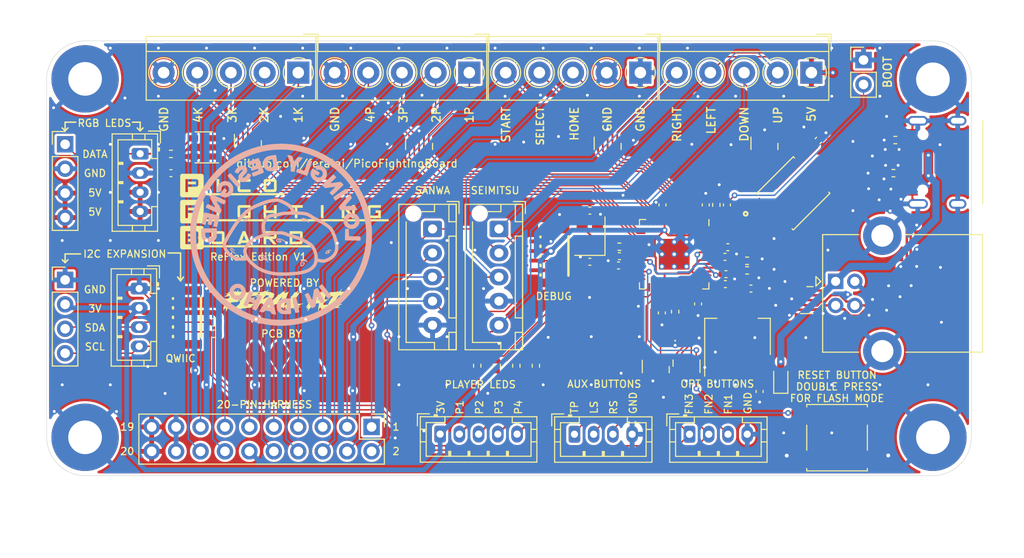
<source format=kicad_pcb>
(kicad_pcb (version 20211014) (generator pcbnew)
  (layers (0 "F.Cu" signal) (1 "In1.Cu" power) (2 "In2.Cu" power) (31 "B.Cu" signal) (34 "B.Paste" user) (35 "F.Paste" user) (36 "B.SilkS" user "B.Silkscreen") (37 "F.SilkS" user "F.Silkscreen") (38 "B.Mask" user) (39 "F.Mask" user) (44 "Edge.Cuts" user))
  (net 0 "")
  (net 2 "GND")
  (net 3 "/UP")
  (net 4 "/DOWN")
  (net 5 "/RIGHT")
  (net 6 "/LEFT")
  (net 7 "/SELECT")
  (net 8 "/HOME")
  (net 9 "/START")
  (net 10 "/1P")
  (net 11 "/2P")
  (net 12 "/3P")
  (net 13 "/4P")
  (net 14 "/1K")
  (net 15 "/2K")
  (net 16 "/3K")
  (net 17 "/4K")
  (net 18 "/TP")
  (net 19 "/LSB")
  (net 20 "/RSB")
  (net 21 "/SDA")
  (net 22 "/SCL")
  (net 23 "/PLED1")
  (net 24 "/PLED2")
  (net 25 "/PLED3")
  (net 26 "/PLED4")
  (net 27 "/RUN")
  (net 28 "/RGB")
  (net 29 "/RGB_DATA_5V")
  (net 30 "/SETTINGS")
  (net 31 "/SWDIO")
  (net 32 "/SWCLK")
  (net 33 "Net-(J1-Pad1)")
  (net 34 "Net-(J3-Pad2)")
  (net 35 "Net-(J3-Pad3)")
  (net 36 "Net-(J3-Pad4)")
  (net 37 "Net-(J3-Pad5)")
  (net 38 "Net-(C3-Pad2)")
  (net 39 "/XIN")
  (net 40 "+3V3")
  (net 41 "/VSYS")
  (net 42 "+1V1")
  (net 43 "/VBUS")
  (net 44 "Net-(D2-Pad2)")
  (net 45 "/~{USB_BOOT}")
  (net 46 "/GPIO24")
  (net 47 "/QSPI_SS")
  (net 48 "/XOUT")
  (net 49 "/USB_D+")
  (net 50 "/DR_+")
  (net 51 "/USB_D-")
  (net 52 "/DR_-")
  (net 53 "/GPIO25")
  (net 54 "/GPIO23")
  (net 55 "/GPIO29_ADC3")
  (net 56 "/QSPI_SD3")
  (net 57 "/QSPI_SCLK")
  (net 58 "/QSPI_SD0")
  (net 59 "/QSPI_SD2")
  (net 60 "/QSPI_SD1")
  (net 63 "Net-(J15-PadA5)")
  (net 64 "Net-(J15-PadB5)")
  (net 65 "/5V")
  (footprint "Resistor_SMD:R_0402_1005Metric" (layer "F.Cu") (at 152.208 113.02 -90)
    (fp_text reference "R3")
    (fp_text value "330R")
  )
  (footprint "Resistor_SMD:R_0402_1005Metric" (layer "F.Cu") (at 154.24 113.02 -90)
    (fp_text reference "R4")
    (fp_text value "330R")
  )
  (footprint "Resistor_SMD:R_0402_1005Metric" (layer "F.Cu") (at 148.144 113.02 -90)
    (fp_text reference "R1")
    (fp_text value "330R")
  )
  (footprint "Resistor_SMD:R_0402_1005Metric" (layer "F.Cu") (at 150.176 113.02 -90)
    (fp_text reference "R2")
    (fp_text value "330R")
  )
  (footprint "Resistor_SMD:R_0402_1005Metric" (layer "F.Cu") (at 116.3 91 180)
    (fp_text reference "R5")
    (fp_text value "330R")
  )
  (footprint "Package_TO_SOT_SMD:SOT-23-5" (layer "F.Cu") (at 119.7 90.3224 180)
    (fp_text reference "U2" hide)
    (fp_text value "SN74LV1T34DBV" hide)
  )
  (footprint "Capacitor_SMD:C_0402_1005Metric" (layer "F.Cu") (at 116.3 93)
    (fp_text reference "C1")
    (fp_text value "100n")
  )
  (footprint "Resistor_SMD:R_0402_1005Metric" (layer "F.Cu") (at 120.8 109.7 180)
    (fp_text reference "R6")
    (fp_text value "4K7")
  )
  (footprint "Resistor_SMD:R_0402_1005Metric" (layer "F.Cu") (at 120.8 108.5 180)
    (fp_text reference "R7")
    (fp_text value "4K7")
  )
  (footprint "Connector_PinHeader_2.54mm:PinHeader_2x10_P2.54mm_Vertical" (layer "F.Cu") (at 137.16 119.38 -90)
    (fp_text reference "J2" hide)
    (fp_text value "Conn_02x10_Odd_Even" hide)
  )
  (footprint "Connector_JST:JST_PH_B4B-PH-K_1x04_P2.00mm_Vertical" (layer "F.Cu") (at 113.1 90.9828 -90)
    (fp_text reference "J1" hide)
    (fp_text value "Conn_01x04_Male")
  )
  (footprint "Connector_JST:JST_PH_B5B-PH-K_1x05_P2.00mm_Vertical" (layer "F.Cu") (at 144.284835 120.129571)
    (fp_text reference "J3" hide)
    (fp_text value "Conn_01x05_Male")
  )
  (footprint "Connector_JST:JST_PH_B4B-PH-K_1x04_P2.00mm_Vertical" (layer "F.Cu") (at 158.24843 120.142)
    (fp_text reference "J4" hide)
    (fp_text value "Conn_01x04_Male")
  )
  (footprint "TerminalBlock_MetzConnect:TerminalBlock_MetzConnect_Type059_RT06305HBWC_1x05_P3.50mm_Horizontal" (layer "F.Cu") (at 129.54 82.55 180)
    (fp_text reference "J5" hide)
    (fp_text value "ST01x05")
  )
  (footprint "TerminalBlock_MetzConnect:TerminalBlock_MetzConnect_Type059_RT06305HBWC_1x05_P3.50mm_Horizontal" (layer "F.Cu") (at 147.32 82.55 180)
    (fp_text reference "J6" hide)
    (fp_text value "ST01x05")
  )
  (footprint "TerminalBlock_MetzConnect:TerminalBlock_MetzConnect_Type059_RT06305HBWC_1x05_P3.50mm_Horizontal" (layer "F.Cu") (at 165.1 82.55 180)
    (fp_text reference "J7" hide)
    (fp_text value "ST01x05")
  )
  (footprint "TerminalBlock_MetzConnect:TerminalBlock_MetzConnect_Type059_RT06305HBWC_1x05_P3.50mm_Horizontal" (layer "F.Cu") (at 182.88 82.55 180)
    (fp_text reference "J8" hide)
    (fp_text value "ST01x05")
  )
  (footprint "Connector_JST:JST_PH_B4B-PH-K_1x04_P2.00mm_Vertical" (layer "F.Cu") (at 170.212 120.142)
    (fp_text reference "J11" hide)
    (fp_text value "Conn_01x04_Male")
  )
  (footprint "Connector_JST:JST_PH_B4B-PH-K_1x04_P2.00mm_Vertical" (layer "F.Cu") (at 113 105 -90)
    (fp_text reference "J12" hide)
    (fp_text value "Conn_01x04_Male")
  )
  (footprint "MountingHole:MountingHole_3.5mm_Pad" (layer "F.Cu") (at 107.378 83.2)
    (fp_text reference "H1")
    (fp_text value "MountingHole")
  )
  (footprint "MountingHole:MountingHole_3.5mm_Pad" (layer "F.Cu") (at 107.378 120.46)
    (fp_text reference "H3")
    (fp_text value "MountingHole")
  )
  (footprint "MountingHole:MountingHole_3.5mm_Pad" (layer "F.Cu") (at 195.517 120.46)
    (fp_text reference "H4")
    (fp_text value "MountingHole")
  )
  (footprint "MountingHole:MountingHole_3.5mm_Pad" (layer "F.Cu") (at 195.517 83.248)
    (fp_text reference "H2")
    (fp_text value "MountingHole")
  )
  (footprint "FeralAI:BOOM_SH_C145961_1x04_P1.00mm_Vertical" (layer "F.Cu") (at 117.1 108 90)
    (fp_text reference "J9" hide)
    (fp_text value "Conn_01x04_Male" hide)
  )
  (footprint "FeralAI:BOOM_SH_C145961_1x04_P1.00mm_Vertical" (layer "F.Cu") (at 155.3 101.6 90)
    (fp_text reference "J13" hide)
    (fp_text value "Conn_01x04_Male" hide)
  )
  (footprint "FeralAI:PFB_Logo" (layer "F.Cu") (at 128.1 97)
    (fp_text reference "G***" hide)
    (fp_text value "LOGO" hide)
  )
  (footprint "FeralAI:FeralAI" (layer "F.Cu") (at 128.1 106.2)
    (fp_text reference "G***" hide)
    (fp_text value "LOGO" hide)
  )
  (footprint "Capacitor_SMD:C_0402_1005Metric" (layer "F.Cu") (at 162.83 102.6 180)
    (fp_text reference "C9")
    (fp_text value "100n")
  )
  (footprint "Package_DFN_QFN:UDFN-10_1.35x2.6mm_P0.5mm" (layer "F.Cu") (at 169.9 113.075 90)
    (fp_text reference "U9")
    (fp_text value "TVS_RCLAMP0524P-N")
  )
  (footprint "Resistor_SMD:R_0402_1005Metric" (layer "F.Cu") (at 173 96.3 -90)
    (fp_text reference "R15")
    (fp_text value "10K")
  )
  (footprint "Connector_PinHeader_2.54mm:PinHeader_1x02_P2.54mm_Vertical" (layer "F.Cu") (at 188.3 81.24)
    (fp_text reference "J14")
    (fp_text value "Conn_01x02")
  )
  (footprint "Capacitor_SMD:C_0402_1005Metric" (layer "F.Cu") (at 174.2 100.7)
    (fp_text reference "C8")
    (fp_text value "100n")
  )
  (footprint "Capacitor_SMD:C_0402_1005Metric" (layer "F.Cu") (at 167.34 107.53 -90)
    (fp_text reference "C11")
    (fp_text value "100n")
  )
  (footprint "Resistor_SMD:R_0402_1005Metric" (layer "F.Cu") (at 176.2 102.11 180)
    (fp_text reference "R18")
    (fp_text value "27")
  )
  (footprint "Connector_USB:USB_B_Lumberg_2411_02_Horizontal" (layer "F.Cu") (at 185.4 104.25)
    (fp_text reference "J16")
    (fp_text value "USB_B")
  )
  (footprint "Resistor_SMD:R_0402_1005Metric" (layer "F.Cu") (at 168.72 107.4 90)
    (fp_text reference "R20")
    (fp_text value "470R")
  )
  (footprint "Package_DFN_QFN:UDFN-10_1.35x2.6mm_P0.5mm" (layer "F.Cu") (at 124.3 89.62 -90)
    (fp_text reference "U7")
    (fp_text value "TVS_RCLAMP0524P-N")
  )
  (footprint "Connector_PinHeader_2.54mm:PinHeader_1x04_P2.54mm_Vertical" (layer "F.Cu") (at 105.3 90)
    (fp_text reference "J19")
    (fp_text value "Conn_01x04_Male")
  )
  (footprint "Package_TO_SOT_SMD:SOT-223-3_TabPin2" (layer "F.Cu") (at 175.2 110 90)
    (fp_text reference "U3")
    (fp_text value "AMS1117-3.3")
  )
  (footprint "VideoGames_KiCAD6:SOIC127P790X216-8N" (layer "F.Cu") (at 181 95.1 45)
    (fp_text reference "FLASH1")
    (fp_text value "W25Q16")
  )
  (footprint "VideoGames_KiCAD6:RP2040-QFN-56" (layer "F.Cu") (at 168.62 101.43 -90)
    (fp_text reference "U4")
    (fp_text value "RP2040")
  )
  (footprint "Capacitor_SMD:C_0402_1005Metric" (layer "F.Cu") (at 174.1 96.3 90)
    (fp_text reference "R14")
    (fp_text value "1K")
  )
  (footprint "Resistor_SMD:R_0402_1005Metric" (layer "F.Cu") (at 191.41 93)
    (fp_text reference "R21")
    (fp_text value "5K1")
  )
  (footprint "Crystal:Crystal_SMD_SeikoEpson_TSX3225-4Pin_3.2x2.5mm" (layer "F.Cu") (at 159.85 99.55 90)
    (fp_text reference "Y1")
    (fp_text value "Crystal_GND24_Small")
  )
  (footprint "Capacitor_SMD:C_0402_1005Metric" (layer "F.Cu") (at 176.6 105)
    (fp_text reference "C7")
    (fp_text value "10u")
  )
  (footprint "Connector_PinHeader_2.54mm:PinHeader_1x04_P2.54mm_Vertical" (layer "F.Cu") (at 105.3 104.1)
    (fp_text reference "J10")
    (fp_text value "Conn_01x04_Male")
  )
  (footprint "Package_DFN_QFN:UDFN-10_1.35x2.6mm_P0.5mm" (layer "F.Cu") (at 178 89.9 -90)
    (fp_text reference "U1")
    (fp_text value "TVS_RCLAMP0524P-N")
  )
  (footprint "Diode_SMD:D_0603_1608Metric" (layer "F.Cu") (at 179.7 114.4 90)
    (fp_text reference "D1")
    (fp_text value "SCHOTTKY DIODE")
  )
  (footprint "Connector_JST:JST_XH_B5B-XH-AM_1x05_P2.50mm_Vertical" (layer "F.Cu") (at 150.4 98.8 -90)
    (fp_text reference "J18")
    (fp_text value "SEIMITSU")
  )
  (footprint "Resistor_SMD:R_0402_1005Metric" (layer "F.Cu") (at 176.2 103.11 180)
    (fp_text reference "R19")
    (fp_text value "27")
  )
  (footprint "Capacitor_SMD:C_0402_1005Metric" (layer "F.Cu") (at 167.4 96.3 90)
    (fp_text reference "C15")
    (fp_text value "100n")
  )
  (footprint "Package_DFN_QFN:UDFN-10_1.35x2.6mm_P0.5mm" (layer "F.Cu") (at 142.1 89.9 -90)
    (fp_text reference "U6")
    (fp_text value "TVS_RCLAMP0524P-N")
  )
  (footprint "Resistor_SMD:R_0402_1005Metric" (layer "F.Cu") (at 191.61 89.56)
    (fp_text reference "R22")
    (fp_text value "5K1")
  )
  (footprint "Capacitor_SMD:C_0402_1005Metric" (layer "F.Cu") (at 171.9 96.3 90)
    (fp_text reference "C14")
    (fp_text value "100n")
  )
  (footprint "Package_DFN_QFN:UDFN-10_1.35x2.6mm_P0.5mm" (layer "F.Cu") (at 161.7 89.9 -90)
    (fp_text reference "U5")
    (fp_text value "TVS_RCLAMP0524P-N")
  )
  (footprint "Capacitor_SMD:C_0402_1005Metric" (layer "F.Cu") (at 173.94 104.535062)
    (fp_text reference "C12")
    (fp_text value "1u")
  )
  (footprint "Capacitor_SMD:C_0402_1005Metric" (layer "F.Cu") (at 174 103.5)
    (fp_text reference "C10")
    (fp_text value "1u")
  )
  (footprint "VideoGames:MiSTer_Addons_MA_10mm" (layer "F.Cu") (at 127.93 110.497802)
    (fp_text reference "Ref**" hide)
    (fp_text value "Val**" hide)
  )
  (footprint "VideoGames_KiCAD6:SW_SPST_6x6_C499305_C499302" (layer "F.Cu") (at 185.55 120.5)
    (fp_text reference "SW1")
    (fp_text value "SW_Push")
  )
  (footprint "Capacitor_SMD:C_0402_1005Metric" (layer "F.Cu") (at 183.6 89.6 45)
    (fp_text reference "C5")
    (fp_text value "100n")
  )
  (footprint "LED_SMD:LED_0402_1005Metric" (layer "F.Cu") (at 168.72 109.3225 90)
    (fp_text reference "D2")
    (fp_text value "LED 0402 YELLOW")
  )
  (footprint "Connector_JST:JST_XH_B5B-XH-AM_1x05_P2.50mm_Vertical" (layer "F.Cu") (at 143.5 98.8 -90)
    (fp_text reference "J17")
    (fp_text value "SANWA")
  )
  (footprint "Capacitor_SMD:C_0402_1005Metric" (layer "F.Cu") (at 177.5 115.7 -90)
    (fp_text reference "C6")
    (fp_text value "10u")
  )
  (footprint "Package_DFN_QFN:UDFN-10_1.35x2.6mm_P0.5mm" (layer "F.Cu") (at 166.7 113.1 -90)
    (fp_text reference "U8")
    (fp_text value "TVS_RCLAMP0524P-N")
  )
  (footprint "Capacitor_SMD:C_0402_1005Metric" (layer "F.Cu") (at 159.85 96.9 180)
    (fp_text reference "C4")
    (fp_text value "27p")
  )
  (footprint "Capacitor_SMD:C_0402_1005Metric" (layer "F.Cu") (at 159.85 102.21)
    (fp_text reference "C3")
    (fp_text value "27p")
  )
  (footprint "Resistor_SMD:R_0402_1005Metric" (layer "F.Cu") (at 162.92 100.65 180)
    (fp_text reference "R16")
    (fp_text value "1K")
  )
  (footprint "VideoGames:USB_Type_C_C167321" (layer "F.Cu") (at 193.943337 91.874 90)
    (fp_text reference "J15")
    (fp_text value "USB_C_Receptacle")
  )
  (footprint "Package_DFN_QFN:UDFN-10_1.35x2.6mm_P0.5mm" (layer "F.Cu") (at 182.4 106.2)
    (fp_text reference "U10")
    (fp_text value "TVS_RCLAMP0524P-N")
  )
  (footprint "Capacitor_SMD:C_0402_1005Metric" (layer "F.Cu") (at 162.93 101.63 180)
    (fp_text reference "C17")
    (fp_text value "10u")
  )
  (footprint "Capacitor_SMD:C_0402_1005Metric" (layer "F.Cu") (at 173.9 101.7)
    (fp_text reference "C13")
    (fp_text value "100n")
  )
  (footprint "Capacitor_SMD:C_0402_1005Metric" (layer "F.Cu") (at 171.1 106.6 -90)
    (fp_text reference "C16")
    (fp_text value "100n")
  )
  (footprint "VideoGames_KiCad6:Idaho_M" (layer "B.Cu") (at 126.3 104.4 180)
    (fp_text reference "Ref**" hide)
    (fp_text value "Val**" hide)
  )
  (gr_line (start 105 102) (end 105.3 102.3) (layer "F.SilkS") (width 0.15))
  (gr_line (start 117 103.8) (end 117.3 104.2) (layer "F.SilkS") (width 0.15))
  (gr_line (start 117.6 103.8) (end 117.3 104.2) (layer "F.SilkS") (width 0.15))
  (gr_line (start 106.9 101.4) (end 105.3 101.4) (layer "F.SilkS") (width 0.15))
  (gr_line (start 106.4 87.7) (end 105.3 87.7) (layer "F.SilkS") (width 0.15))
  (gr_line (start 117.3 101.3) (end 117.3 104.2) (layer "F.SilkS") (width 0.15))
  (gr_line (start 113.1 88.6) (end 113.4 88.3) (layer "F.SilkS") (width 0.15))
  (gr_line (start 112.8 88.3) (end 113.1 88.6) (layer "F.SilkS") (width 0.15))
  (gr_line (start 116 101.3) (end 117.3 101.3) (layer "F.SilkS") (width 0.15))
  (gr_line (start 117.3 104.2) (end 117 103.8) (layer "F.SilkS") (width 0.15))
  (gr_line (start 105.3 87.7) (end 105.3 88.6) (layer "F.SilkS") (width 0.15))
  (gr_line (start 105.3 102.3) (end 105.6 102) (layer "F.SilkS") (width 0.15))
  (gr_line (start 105.3 88.6) (end 105.6 88.3) (layer "F.SilkS") (width 0.15))
  (gr_line (start 113.1 87.7) (end 112.3 87.7) (layer "F.SilkS") (width 0.15))
  (gr_line (start 105 88.3) (end 105.3 88.6) (layer "F.SilkS") (width 0.15))
  (gr_line (start 113.1 87.7) (end 113.1 88.6) (layer "F.SilkS") (width 0.15))
  (gr_line (start 105.3 101.4) (end 105.3 102.3) (layer "F.SilkS") (width 0.15))
  (gr_arc (start 107.442 124.46) (mid 104.568318 123.269682) (end 103.378 120.396) (layer "Edge.Cuts") (width 0.05))
  (gr_line (start 103.378 120.396) (end 103.378 83.439) (layer "Edge.Cuts") (width 0.05))
  (gr_line (start 195.453 124.46) (end 107.442 124.46) (layer "Edge.Cuts") (width 0.05))
  (gr_line (start 107.315 79.248) (end 195.707 79.248) (layer "Edge.Cuts") (width 0.05))
  (gr_arc (start 103.378 83.439) (mid 104.478515 80.528121) (end 107.315 79.248) (layer "Edge.Cuts") (width 0.05))
  (gr_arc (start 195.707 79.248) (mid 198.506287 80.617923) (end 199.517 83.566) (layer "Edge.Cuts") (width 0.05))
  (gr_line (start 199.517 83.566) (end 199.517 120.396) (layer "Edge.Cuts") (width 0.05))
  (gr_arc (start 199.517 120.396) (mid 198.326682 123.269682) (end 195.453 124.46) (layer "Edge.Cuts") (width 0.05))
  (gr_text "1" (at 139.7 119.38) (layer "F.SilkS") (effects (font (size 0.75 0.75) (thickness 0.125))))
  (gr_text "2" (at 139.7 121.92) (layer "F.SilkS") (effects (font (size 0.75 0.75) (thickness 0.125))))
  (gr_text "20" (at 111.76 121.92) (layer "F.SilkS") (effects (font (size 0.75 0.75) (thickness 0.125))))
  (gr_text "19" (at 111.76 119.38) (layer "F.SilkS") (effects (font (size 0.75 0.75) (thickness 0.125))))
  (gr_text "START" (at 151.13 87.9475 90) (layer "F.SilkS") (effects (font (size 0.85 0.85))))
  (gr_text "SELECT" (at 154.686 88.105833 90) (layer "F.SilkS") (effects (font (size 0.75 0.75))))
  (gr_text "SDA" (at 108.4 109.0676) (layer "F.SilkS") (effects (font (size 0.75 0.75) (thickness 0.125))))
  (gr_text "I2C EXPANSION" (at 111.5 101.4) (layer "F.SilkS") (effects (font (size 0.75 0.75) (thickness 0.125))))
  (gr_text "UP" (at 179.4 86.976071 90) (layer "F.SilkS") (effects (font (size 0.85 0.85))))
  (gr_text "DOWN" (at 175.9 87.907024 90) (layer "F.SilkS") (effects (font (size 0.85 0.85))))
  (gr_text "4P" (at 137.033 86.935595 90) (layer "F.SilkS") (effects (font (size 0.85 0.85))))
  (gr_text "3V" (at 108.4 107.0864) (layer "F.SilkS") (effects (font (size 0.75 0.75) (thickness 0.125))))
  (gr_text "3V" (at 144.352801 117.3445 90) (layer "F.SilkS") (effects (font (size 0.75 0.75) (thickness 0.125))))
  (gr_text "FN2" (at 172.212 117.0016 90) (layer "F.SilkS") (effects (font (size 0.75 0.75) (thickness 0.125))))
  (gr_text "GND" (at 164.346366 116.8873 90) (layer "F.SilkS") (effects (font (size 0.75 0.75) (thickness 0.125))))
  (gr_text "github.com/feralai/PicoFightingBoard" (at 134.6 92) (layer "F.SilkS") (effects (font (size 0.8 0.8) (thickness 0.125))))
  (gr_text "ReFlex Edition V1" (at 125.4 101.7) (layer "F.SilkS") (effects (font (size 0.75 0.75) (thickness 0.125))))
  (gr_text "5V" (at 108.4 97.028) (layer "F.SilkS") (effects (font (size 0.75 0.75) (thickness 0.125))))
  (gr_text "SCL" (at 108.4 111.0488) (layer "F.SilkS") (effects (font (size 0.75 0.75) (thickness 0.125))))
  (gr_text "BOOT" (at 190.8 82.5 90) (layer "F.SilkS") (effects (font (size 0.85 0.85))))
  (gr_text "P3" (at 150.398001 117.3445 90) (layer "F.SilkS") (effects (font (size 0.75 0.75) (thickness 0.125))))
  (gr_text "PLAYER LEDS" (at 148.454901 114.9731) (layer "F.SilkS") (effects (font (size 0.75 0.75) (thickness 0.125))))
  (gr_text "GND" (at 165.1 87.401071 90) (layer "F.SilkS") (effects (font (size 0.85 0.85))))
  (gr_text "RS" (at 162.314366 117.3445 90) (layer "F.SilkS") (effects (font (size 0.75 0.75) (thickness 0.125))))
  (gr_text "1K" (at 129.54 86.935595 90) (layer "F.SilkS") (effects (font (size 0.85 0.85))))
  (gr_text "20-PIN HARNESS" (at 126.0221 117.0559) (layer "F.SilkS") (effects (font (size 0.75 0.75) (thickness 0.125))))
  (gr_text "DEBUG" (at 156.1 105.8) (layer "F.SilkS") (effects (font (size 0.75 0.75) (thickness 0.125))))
  (gr_text "GND" (at 133.35 87.401071 90) (layer "F.SilkS") (effects (font (size 0.85 0.85))))
  (gr_text "FN3" (at 170.1673 117.0016 90) (layer "F.SilkS") (effects (font (size 0.75 0.75) (thickness 0.125))))
  (gr_text "TP" (at 158.250366 117.3445 90) (layer "F.SilkS") (effects (font (size 0.75 0.75) (thickness 0.125))))
  (gr_text "LS" (at 160.282366 117.3445 90) (layer "F.SilkS") (effects (font (size 0.75 0.75) (thickness 0.125))))
  (gr_text "RIGHT" (at 168.91 87.927262 90) (layer "F.SilkS") (effects (font (size 0.85 0.85))))
  (gr_text "RGB LEDS" (at 109.395347 87.8) (layer "F.SilkS") (effects (font (size 0.75 0.75) (thickness 0.125))))
  (gr_text "P1" (at 146.334001 117.3445 90) (layer "F.SilkS") (effects (font (size 0.75 0.75) (thickness 0.125))))
  (gr_text "SANWA" (at 143.5 94.8) (layer "F.SilkS") (effects (font (size 0.75 0.75) (thickness 0.125))))
  (gr_text "GND" (at 108.4 105.1052) (layer "F.SilkS") (effects (font (size 0.75 0.75) (thickness 0.125))))
  (gr_text "LEFT" (at 172.466 87.5225 90) (layer "F.SilkS") (effects (font (size 0.85 0.85))))
  (gr_text "GND" (at 161.671 87.401071 90) (layer "F.SilkS") (effects (font (size 0.85 0.85))))
  (gr_text "3P" (at 140.462 86.935595 90) (layer "F.SilkS") (effects (font (size 0.85 0.85))))
  (gr_text "P2" (at 148.366001 117.3445 90) (layer "F.SilkS") (effects (font (size 0.75 0.75) (thickness 0.125))))
  (gr_text "GND" (at 176.276 116.9 90) (layer "F.SilkS") (effects (font (size 0.75 0.75) (thickness 0.125))))
  (gr_text "RESET BUTTON\nDOUBLE PRESS\nFOR FLASH MODE" (at 185.551916 115.2) (layer "F.SilkS") (effects (font (size 0.75 0.75) (thickness 0.125))))
  (gr_text "HOME" (at 158.242 87.866548 90) (layer "F.SilkS") (effects (font (size 0.85 0.85))))
  (gr_text "3K" (at 122.682 86.935595 90) (layer "F.SilkS") (effects (font (size 0.85 0.85))))
  (gr_text "PCB BY" (at 127.8 109.7) (layer "F.SilkS") (effects (font (size 0.75 0.75) (thickness 0.125))))
  (gr_text "2K" (at 125.984 86.935595 90) (layer "F.SilkS") (effects (font (size 0.85 0.85))))
  (gr_text "POWERED BY" (at 128.102522 104.41) (layer "F.SilkS") (effects (font (size 0.75 0.75) (thickness 0.125))))
  (gr_text "GND" (at 108.4 93.0148) (layer "F.SilkS") (effects (font (size 0.75 0.75) (thickness 0.125))))
  (gr_text "QWIIC" (at 117.3 112.268) (layer "F.SilkS") (effects (font (size 0.75 0.75) (thickness 0.125))))
  (gr_text "GND" (at 115.57 87.401071 90) (layer "F.SilkS") (effects (font (size 0.85 0.85))))
  (gr_text "FN1" (at 174.244 117.0016 90) (layer "F.SilkS") (effects (font (size 0.75 0.75) (thickness 0.125))))
  (gr_text "\nDATA" (at 108.4 90.424) (layer "F.SilkS") (effects (font (size 0.75 0.75) (thickness 0.125))))
  (gr_text "AUX BUTTONS" (at 161.349166 114.9223) (layer "F.SilkS") (effects (font (size 0.75 0.75) (thickness 0.125))))
  (gr_text "P4" (at 152.430001 117.3445 90) (layer "F.SilkS") (effects (font (size 0.75 0.75) (thickness 0.125))))
  (gr_text "OPT BUTTONS" (at 173.101 114.9096) (layer "F.SilkS") (effects (font (size 0.75 0.75) (thickness 0.125))))
  (gr_text "1P" (at 147.32 86.935595 90) (layer "F.SilkS") (effects (font (size 0.85 0.85))))
  (gr_text "5V" (at 108.4 95.0468) (layer "F.SilkS") (effects (font (size 0.75 0.75) (thickness 0.125))))
  (gr_text "4K" (at 119.126 86.935595 90) (layer "F.SilkS") (effects (font (size 0.85 0.85))))
  (gr_text "5V" (at 182.88 86.874881 90) (layer "F.SilkS") (effects (font (size 0.85 0.85))))
  (gr_text "2P" (at 143.891 86.935595 90) (layer "F.SilkS") (effects (font (size 0.85 0.85))))
  (gr_text "SEIMITSU" (at 150 94.8) (layer "F.SilkS") (effects (font (size 0.75 0.75) (thickness 0.125))))
  (segment (start 154.383 100.1) (end 154.376 100.093) (width 0.2) (layer "F.Cu") (net 2))
  (segment (start 161.7 90.425) (end 161.7 88.4) (width 0.15) (layer "F.Cu") (net 2))
  (segment (start 178 90.425) (end 178 89.375) (width 0.15) (layer "F.Cu") (net 2))
  (segment (start 181.195 122.37) (end 180.32 122.37) (width 0.25) (layer "F.Cu") (net 2))
  (segment (start 159.37 102.21) (end 158.87 101.71) (width 0.2) (layer "F.Cu") (net 2))
  (segment (start 162.45 101.63) (end 162.23 101.63) (width 0.2) (layer "F.Cu") (net 2))
  (segment (start 190.9 93) (end 190.9 92.495887) (width 0.15) (layer "F.Cu") (net 2))
  (segment (start 142.1 89.375) (end 142.1 88.6) (width 0.15) (layer "F.Cu") (net 2))
  (segment (start 162.26 102.6) (end 161.76 102.1) (width 0.2) (layer "F.Cu") (net 2))
  (segment (start 179 99.8) (end 179.797918 99.002082) (width 0.15) (layer "F.Cu") (net 2))
  (segment (start 171.85 113.15) (end 171.8 113.2) (width 0.75) (layer "F.Cu") (net 2))
  (segment (start 115.82 93) (end 113.1172 93) (width 0.5) (layer "F.Cu") (net 2))
  (segment (start 190.45 89.56) (end 191.1 89.56) (width 0.2) (layer "F.Cu") (net 2))
  (segment (start 169.9 114.5755) (end 169.9 112.55) (width 0.15) (layer "F.Cu") (net 2))
  (segment (start 174.9 104.055062) (end 174.42 104.535062) (width 0.2) (layer "F.Cu") (net 2))
  (segment (start 158.68 101.52) (end 158.68 101.02) (width 0.2) (layer "F.Cu") (net 2))
  (segment (start 189.525 122.75) (end 190.47 122.75) (width 0.25) (layer "F.Cu") (net 2))
  (segment (start 169.8755 114.6) (end 169.9 114.5755) (width 0.15) (layer "F.Cu") (net 2))
  (segment (start 190.9 92.495887) (end 190.593613 92.1895) (width 0.15) (layer "F.Cu") (net 2))
  (segment (start 160.33 96.9) (end 160.58 96.9) (width 0.2) (layer "F.Cu") (net 2))
  (segment (start 174.9 104) (end 174.9 103.92) (width 0.2) (layer "F.Cu") (net 2))
  (segment (start 161.7 90.425) (end 161.7 89.375) (width 0.15) (layer "F.Cu") (net 2))
  (segment (start 180.833011 106.066989) (end 180.966022 106.2) (width 0.25) (layer "F.Cu") (net 2))
  (segment (start 175.1 101.4) (end 174.8 101.7) (width 0.2) (layer "F.Cu") (net 2))
  (segment (start 160.955 97.275) (end 161.06 97.38) (width 0.2) (layer "F.Cu") (net 2))
  (segment (start 121.7724 89.3724) (end 121.8 89.4) (width 0.5) (layer "F.Cu") (net 2))
  (segment (start 171.9 95.82) (end 171.9 95.1) (width 0.15) (layer "F.Cu") (net 2))
  (segment (start 177.08 105) (end 178.5 105) (width 0.15) (layer "F.Cu") (net 2))
  (segment (start 162.23 101.63) (end 161.76 102.1) (width 0.2) (layer "F.Cu") (net 2))
  (segment (start 155.8 100.1) (end 154.383 100.1) (width 0.2) (layer "F.Cu") (net 2))
  (segment (start 193.375729 95.635) (end 193.925729 96.185) (width 0.2) (layer "F.Cu") (net 2))
  (segment (start 161.06 97.38) (end 161.06 98.04) (width 0.2) (layer "F.Cu") (net 2))
  (segment (start 177.5 116.18) (end 177.5 116.8) (width 0.15) (layer "F.Cu") (net 2))
  (segment (start 166.734078 96.034078) (end 166.948156 95.82) (width 0.15) (layer "F.Cu") (net 2))
  (segment (start 167.34 108.76) (end 167.34 108.01) (width 0.2) (layer "F.Cu") (net 2))
  (segment (start 174.9 103.92) (end 174.48 103.5) (width 0.2) (layer "F.Cu") (net 2))
  (segment (start 179.797918 99.002082) (end 179.797918 98.996158) (width 0.15) (layer "F.Cu") (net 2))
  (segment (start 165.992745 100.43) (end 165.997502 100.434757) (width 0.2) (layer "F.Cu") (net 2))
  (segment (start 193.375729 88.815) (end 193.375729 88.095) (width 0.2) (layer "F.Cu") (net 2))
  (segment (start 116.176 106.493) (end 114.493 106.493) (width 0.15) (layer "F.Cu") (net 2))
  (segment (start 193.375729 94.915) (end 193.375729 95.635) (width 0.2) (layer "F.Cu") (net 2))
  (segment (start 180.966022 106.2) (end 181.875 106.2) (width 0.25) (layer "F.Cu") (net 2))
  (segment (start 171.1 107.8) (end 171.1 107.08) (width 0.2) (layer "F.Cu") (net 2))
  (segment (start 162.35 102.6) (end 162.26 102.6) (width 0.2) (layer "F.Cu") (net 2))
  (segment (start 114.493 106.493) (end 113 105) (width 0.15) (layer "F.Cu") (net 2))
  (segment (start 174.8 101.7) (end 174.38 101.7) (width 0.2) (layer "F.Cu") (net 2))
  (segment (start 160.58 96.9) (end 160.955 97.275) (width 0.2) (layer "F.Cu") (net 2))
  (segment (start 120.8 89.3724) (end 121.7724 89.3724) (width 0.5) (layer "F.Cu") (net 2))
  (segment (start 167.35 108.77) (end 167.34 108.76) (width 0.2) (layer "F.Cu") (net 2))
  (segment (start 124.3 87.9) (end 124.279122 87.879122) (width 0.15) (layer "F.Cu") (net 2))
  (segment (start 172.9 113.15) (end 172.9 111.6) (width 0.75) (layer "F.Cu") (net 2))
  (segment (start 142.1 89.375) (end 142.1 90.425) (width 0.15) (layer "F.Cu") (net 2))
  (segment (start 166.7 113.625) (end 166.7 112.575) (width 0.15) (layer "F.Cu") (net 2))
  (segment (start 166.4 114.6) (end 166.7 114.3) (width 0.15) (layer "F.Cu") (net 2))
  (segment (start 175.1 101.4) (end 175.1 101.12) (width 0.2) (layer "F.Cu") (net 2))
  (segment (start 113.1172 93) (end 113.1 92.9828) (width 0.5) (layer "F.Cu") (net 2))
  (segment (start 124.3 90.145) (end 124.3 89.095) (width 0.15) (layer "F.Cu") (net 2))
  (segment (start 174.9 104) (end 174.9 104.055062) (width 0.2) (layer "F.Cu") (net 2))
  (segment (start 165.1825 100.43) (end 165.992745 100.43) (width 0.2) (layer "F.Cu") (net 2))
  (segment (start 193.375729 88.095) (end 193.925729 87.545) (width 0.2) (layer "F.Cu") (net 2))
  (segment (start 172.9 113.15) (end 171.85 113.15) (width 0.75) (layer "F.Cu") (net 2))
  (segment (start 166.948156 95.82) (end 167.4 95.82) (width 0.15) (layer "F.Cu") (net 2))
  (segment (start 124.3 89.095) (end 124.3 87.9) (width 0.15) (layer "F.Cu") (net 2))
  (segment (start 172.9 113.15) (end 172.9 114.7) (width 0.75) (layer "F.Cu") (net 2))
  (segment (start 178 88.5245) (end 178.0245 88.5) (width 0.15) (layer "F.Cu") (net 2))
  (segment (start 178.5 105) (end 178.516989 104.983011) (width 0.15) (layer "F.Cu") (net 2))
  (segment (start 158.87 101.71) (end 158.68 101.52) (width 0.2) (layer "F.Cu") (net 2))
  (segment (start 190.47 122.75) (end 190.87 122.35) (width 0.25) (layer "F.Cu") (net 2))
  (segment (start 178 89.375) (end 178 88.5245) (width 0.15) (layer "F.Cu") (net 2))
  (segment (start 184.4 88.8) (end 183.939411 89.260589) (width 0.15) (layer "F.Cu") (net 2))
  (segment (start 168.72 109.8075) (end 168.72 110.9) (width 0.15) (layer "F.Cu") (net 2))
  (segment (start 181.575 122.75) (end 181.195 122.37) (width 0.25) (layer "F.Cu") (net 2))
  (segment (start 175.1 101.12) (end 174.68 100.7) (width 0.2) (layer "F.Cu") (net 2))
  (segment (start 182.925 106.2) (end 181.875 106.2) (width 0.25) (layer "F.Cu") (net 2))
  (segment (start 166.7 114.3) (end 166.7 113.625) (width 0.15) (layer "F.Cu") (net 2))
  (via (at 110 80) (size 0.6) (drill 0.3) (layers "F.Cu" "B.Cu") (net 2))
  (via (at 196.3 102.8) (size 0.6) (drill 0.3) (layers "F.Cu" "B.Cu") (net 2))
  (via (at 190 85) (size 0.6) (drill 0.3) (layers "F.Cu" "B.Cu") (net 2))
  (via (at 120 100) (size 0.6) (drill 0.3) (layers "F.Cu" "B.Cu") (net 2))
  (via (at 173.3 94.2) (size 0.6) (drill 0.3) (layers "F.Cu" "B.Cu") (net 2))
  (via (at 115 80) (size 0.6) (drill 0.3) (layers "F.Cu" "B.Cu") (net 2))
  (via (at 178.516989 104.983011) (size 0.6) (drill 0.3) (layers "F.Cu" "B.Cu") (net 2))
  (via (at 185 80) (size 0.6) (drill 0.3) (layers "F.Cu" "B.Cu") (net 2))
  (via (at 165.997502 100.434757) (size 0.6) (drill 0.3) (layers "F.Cu" "B.Cu") (net 2))
  (via (at 115 105) (size 0.6) (drill 0.3) (layers "F.Cu" "B.Cu") (net 2))
  (via (at 133.61 100.28) (size 0.6) (drill 0.3) (layers "F.Cu" "B.Cu") (net 2))
  (via (at 120 80) (size 0.6) (drill 0.3) (layers "F.Cu" "B.Cu") (net 2))
  (via (at 189.23774 106.1255) (size 0.6) (drill 0.3) (layers "F.Cu" "B.Cu") (net 2))
  (via (at 178.0245 88.5) (size 0.6) (drill 0.3) (layers "F.Cu" "B.Cu") (net 2))
  (via (at 130.11 89.37) (size 0.6) (drill 0.3) (layers "F.Cu" "B.Cu") (net 2))
  (via (at 161.76 102.1) (size 0.6) (drill 0.3) (layers "F.Cu" "B.Cu") (net 2))
  (via (at 180 85) (size 0.6) (drill 0.3) (layers "F.Cu" "B.Cu") (net 2))
  (via (at 186.341645 108.094411) (size 0.6) (drill 0.3) (layers "F.Cu" "B.Cu") (net 2))
  (via (at 135.19 115.62) (size 0.6) (drill 0.3) (layers "F.Cu" "B.Cu") (net 2))
  (via (at 184.4 88.8) (size 0.6) (drill 0.3) (layers "F.Cu" "B.Cu") (net 2))
  (via (at 160 80) (size 0.6) (drill 0.3) (layers "F.Cu" "B.Cu") (net 2))
  (via (at 142.4 84.9) (size 0.6) (drill 0.3) (layers "F.Cu" "B.Cu") (net 2))
  (via (at 192.098011 105.848011) (size 0.6) (drill 0.3) (layers "F.Cu" "B.Cu") (net 2))
  (via (at 152.97 89.77) (size 0.6) (drill 0.3) (layers "F.Cu" "B.Cu") (net 2))
  (via (at 193.84526 100.92076) (size 0.6) (drill 0.3) (layers "F.Cu" "B.Cu") (net 2))
  (via (at 115 95) (size 0.6) (drill 0.3) (layers "F.Cu" "B.Cu") (net 2))
  (via (at 130.314027 108.189584) (size 0.6) (drill 0.3) (layers "F.Cu" "B.Cu") (net 2))
  (via (at 156.59 89.19) (size 0.6) (drill 0.3) (layers "F.Cu" "B.Cu") (net 2))
  (via (at 179 99.8) (size 0.6) (drill 0.3) (layers "F.Cu" "B.Cu") (net 2))
  (via (at 140 110) (size 0.6) (drill 0.3) (layers "F.Cu" "B.Cu") (net 2))
  (via (at 124.279122 87.879122) (size 0.6) (drill 0.3) (layers "F.Cu" "B.Cu") (net 2))
  (via (at 155.8 100.1) (size 0.6) (drill 0.3) (layers "F.Cu" "B.Cu") (net 2))
  (via (at 147.9 101) (size 0.6) (drill 0.3) (layers "F.Cu" "B.Cu") (net 2))
  (via (at 110 95) (size 0.6) (drill 0.3) (layers "F.Cu" "B.Cu") (net 2))
  (via (at 150.4 110.7) (size 0.6) (drill 0.3) (layers "F.Cu" "B.Cu") (net 2))
  (via (at 160.955 97.275) (size 0.6) (drill 0.3) (layers "F.Cu" "B.Cu") (net 2))
  (via (at 145 110) (size 0.6) (drill 0.3) (layers "F.Cu" "B.Cu") (net 2))
  (via (at 190.87 122.35) (size 0.8) (drill 0.4) (layers "F.Cu" "B.Cu") (net 2))
  (via (at 171.1 107.8) (size 0.6) (drill 0.3) (layers "F.Cu" "B.Cu") (net 2))
  (via (at 180.32 122.37) (size 0.8) (drill 0.4) (layers "F.Cu" "B.Cu") (net 2))
  (via (at 189.925908 95.774092) (size 0.6) (drill 0.3) (layers "F.Cu" "B.Cu") (net 2))
  (via (at 177 110.1) (size 0.6) (drill 0.3) (layers "F.Cu" "B.Cu") (net 2))
  (via (at 185 85) (size 0.6) (drill 0.3) (layers "F.Cu" "B.Cu") (net 2))
  (via (at 118.8555 113.5) (size 0.6) (drill 0.3) (layers "F.Cu" "B.Cu") (net 2))
  (via (at 138.9 85.7) (size 0.6) (drill 0.3) (layers "F.Cu" "B.Cu") (net 2))
  (via (at 165 80) (size 0.6) (drill 0.3) (layers "F.Cu" "B.Cu") (net 2))
  (via (at 150 80) (size 0.6) (drill 0.3) (layers "F.Cu" "B.Cu") (net 2))
  (via (at 190 115) (size 0.6) (drill 0.3) (layers "F.Cu" "B.Cu") (net 2))
  (via (at 165 85) (size 0.6) (drill 0.3) (layers "F.Cu" "B.Cu") (net 2))
  (via (at 128.31 100.24) (size 0.6) (drill 0.3) (layers "F.Cu" "B.Cu") (net 2))
  (via (at 171.8 113.2) (size 0.6) (drill 0.3) (layers "F.Cu" "B.Cu") (net 2))
  (via (at 180.13232 104.266298) (size 0.6) (drill 0.3) (layers "F.Cu" "B.Cu") (net 2))
  (via (at 145 100) (size 0.6) (drill 0.3) (layers "F.Cu" "B.Cu") (net 2))
  (via (at 148.8 105) (size 0.6) (drill 0.3) (layers "F.Cu" "B.Cu") (net 2))
  (via (at 130.16 115.62) (size 0.6) (drill 0.3) (layers "F.Cu" "B.Cu") (net 2))
  (via (at 130.13 105.01) (size 0.6) (drill 0.3) (layers "F.Cu" "B.Cu") (net 2))
  (via (at 105 100) (size 0.6) (drill 0.3) (layers "F.Cu" "B.Cu") (net 2))
  (via (at 110 100) (size 0.6) (drill 0.3) (layers "F.Cu" "B.Cu") (net 2))
  (via (at 195 115) (size 0.6) (drill 0.3) (layers "F.Cu" "B.Cu") (net 2))
  (via (at 113.9 113.1) (size 0.6) (drill 0.3) (layers "F.Cu" "B.Cu") (net 2))
  (via (at 115 90) (size 0.6) (drill 0.3) (layers "F.Cu" "B.Cu") (net 2))
  (via (at 135 80) (size 0.6) (drill 0.3) (layers "F.Cu" "B.Cu") (net 2))
  (via (at 177.5 116.8) (size 0.6) (drill 0.3) (layers "F.Cu" "B.Cu") (net 2))
  (via (at 169.8755 114.6) (size 0.6) (drill 0.3) (layers "F.Cu" "B.Cu") (net 2))
  (via (at 190.906989 104.706989) (size 0.6) (drill 0.3) (layers "F.Cu" "B.Cu") (net 2))
  (via (at 155 115) (size 0.6) (drill 0.3) (layers "F.Cu" "B.Cu") (net 2))
  (via (at 196.25 90.04) (size 0.6) (drill 0.3) (layers "F.Cu" "B.Cu") (net 2))
  (via (at 125 105) (size 0.6) (drill 0.3) (layers "F.Cu" "B.Cu") (net 2))
  (via (at 182.1 88.2) (size 0.6) (drill 0.3) (layers "F.Cu" "B.Cu") (net 2))
  (via (at 164.9 106.84) (size 0.6) (drill 0.3) (layers "F.Cu" "B.Cu") (net 2))
  (via (at 149.24 115.89) (size 0.6) (drill 0.3) (layers "F.Cu" "B.Cu") (net 2))
  (via (at 154.72 84.89) (size 0.6) (drill 0.3) (layers "F.Cu" "B.Cu") (net 2))
  (via (at 121.8 89.4) (size 0.6) (drill 0.3) (layers "F.Cu" "B.Cu") (net 2))
  (via (at 190 80) (size 0.6) (drill 0.3) (layers "F.Cu" "B.Cu") (net 2))
  (via (at 171.9 95.1) (size 0.6) (drill 0.3) (layers "F.Cu" "B.Cu") (net 2))
  (via (at 130 80) (size 0.6) (drill 0.3) (layers "F.Cu" "B.Cu") (net 2))
  (via (at 188.876383 107.7745) (size 0.6) (drill 0.3) (layers "F.Cu" "B.Cu") (net 2))
  (via (at 142.6 119.8) (size 0.6) (drill 0.3) (layers "F.Cu" "B.Cu") (net 2))
  (via (at 175 115) (size 0.6) (drill 0.3) (layers "F.Cu" "B.Cu") (net 2))
  (via (at 134.79 105) (size 0.6) (drill 0.3) (layers "F.Cu" "B.Cu") (net 2))
  (via (at 110 90) (size 0.6) (drill 0.3) (layers "F.Cu" "B.Cu") (net 2))
  (via (at 163.1 113.8) (size 0.6) (drill 0.3) (layers "F.Cu" "B.Cu") (net 2))
  (via (at 159.82 105.92) (size 0.6) (drill 0.3) (layers "F.Cu" "B.Cu") (net 2))
  (via (at 174.53 90.04) (size 0.6) (drill 0.3) (layers "F.Cu" "B.Cu") (net 2))
  (via (at 190.593613 92.1895) (size 0.6) (drill 0.3) (layers "F.Cu" "B.Cu") (net 2))
  (via (at 140 80) (size 0.6) (drill 0.3) (layers "F.Cu" "B.Cu") (net 2))
  (via (at 115 100) (size 0.6) (drill 0.3) (layers "F.Cu" "B.Cu") (net 2))
  (via (at 145 105) (size 0.6) (drill 0.3) (layers "F.Cu" "B.Cu") (net 2))
  (via (at 115 85) (size 0.6) (drill 0.3) (layers "F.Cu" "B.Cu") (net 2))
  (via (at 161.7 88.4) (size 0.6) (drill 0.3) (layers "F.Cu" "B.Cu") (net 2))
  (via (at 111.52 85.19) (size 0.6) (drill 0.3) (layers "F.Cu" "B.Cu") (net 2))
  (via (at 170.45 90) (size 0.6) (drill 0.3) (layers "F.Cu" "B.Cu") (net 2))
  (via (at 167.5 116.3) (size 0.6) (drill 0.3) (layers "F.Cu" "B.Cu") (net 2))
  (via (at 188.7755 93) (size 0.6) (drill 0.3) (layers "F.Cu" "B.Cu") (net 2))
  (via (at 110.64 117.78) (size 0.6) (drill 0.3) (layers "F.Cu" "B.Cu") (net 2))
  (via (at 184.100922 107.585099) (size 0.6) (drill 0.3) (layers "F.Cu" "B.Cu") (net 2))
  (via (at 170 80) (size 0.6) (drill 0.3) (layers "F.Cu" "B.Cu") (net 2))
  (via (at 191.141589 94.658411) (size 0.6) (drill 0.3) (layers "F.Cu" "B.Cu") (net 2))
  (via (at 189.21733 91.21733) (size 0.6) (drill 0.3) (layers "F.Cu" "B.Cu") (net 2))
  (via (at 187.2 96.9) (size 0.6) (drill 0.3) (layers "F.Cu" "B.Cu") (net 2))
  (via (at 120 115) (size 0.6) (drill 0.3) (layers "F.Cu" "B.Cu") (net 2))
  (via (at 127.7 87.1) (size 0.6) (drill 0.3) (layers "F.Cu" "B.Cu") (net 2))
  (via (at 140 115) (size 0.6) (drill 0.3) (layers "F.Cu" "B.Cu") (net 2))
  (via (at 139.62 120.53) (size 0.6) (drill 0.3) (layers "F.Cu" "B.Cu") (net 2))
  (via (at 160 110) (size 0.6) (drill 0.3) (layers "F.Cu" "B.Cu") (net 2))
  (via (at 105 115) (size 0.6) (drill 0.3) (layers "F.Cu" "B.Cu") (net 2))
  (via (at 130 85) (size 0.6) (drill 0.3) (layers "F.Cu" "B.Cu") (net 2))
  (via (at 190.4245 93.6) (size 0.6) (drill 0.3) (layers "F.Cu" "B.Cu") (net 2))
  (via (at 171.21 110.14) (size 0.6) (drill 0.3) (layers "F.Cu" "B.Cu") (net 2))
  (via (at 156.7 97.3) (size 0.6) (drill 0.3) (layers "F.Cu" "B.Cu") (net 2))
  (via (at 192.191589 95.708411) (size 0.6) (drill 0.3) (layers "F.Cu" "B.Cu") (net 2))
  (via (at 120 95) (size 0.6) (drill 0.3) (layers "F.Cu" "B.Cu") (net 2))
  (via (at 115.7 115.9) (size 0.6) (drill 0.3) (layers "F.Cu" "B.Cu") (net 2))
  (via (at 193.8245 98.4) (size 0.6) (drill 0.3) (layers "F.Cu" "B.Cu") (net 2))
  (via (at 164.378114 89.581655) (size 0.6) (drill 0.3) (layers "F.Cu" "B.Cu") (net 2))
  (via (at 175 85) (size 0.6) (drill 0.3) (layers "F.Cu" "B.Cu") (net 2))
  (via (at 172.9 114.7) (size 0.6) (drill 0.3) (layers "F.Cu" "B.Cu") (net 2))
  (via (at 151.04 85.01) (size 0.6) (drill 0.3) (layers "F.Cu" "B.Cu") (net 2))
  (via (at 167.35 108.77) (size 0.6) (drill 0.3) (layers "F.Cu" "B.Cu") (net 2))
  (via (at 192.1755 102.71) (size 0.6) (drill 0.3) (layers "F.Cu" "B.Cu") (net 2))
  (via (at 180.833011 106.066989) (size 0.6) (drill 0.3) (layers "F.Cu" "B.Cu") (net 2))
  (via (at 163.3 95.3) (size 0.6) (drill 0.3) (layers "F.Cu" "B.Cu") (net 2))
  (via (at 110 115) (size 0.6) (drill 0.3) (layers "F.Cu" "B.Cu") (net 2))
  (via (at 125 115) (size 0.6) (drill 0.3) (layers "F.Cu" "B.Cu") (net 2))
  (via (at 166.734078 96.034078) (size 0.6) (drill 0.3) (layers "F.Cu" "B.Cu") (net 2))
  (via (at 190.698011 107.248011) (size 0.6) (drill 0.3) (layers "F.Cu" "B.Cu") (net 2))
  (via (at 171.09 85.03) (size 0.6) (drill 0.3) (layers "F.Cu" "B.Cu") (net 2))
  (via (at 165 110) (size 0.6) (drill 0.3) (layers "F.Cu" "B.Cu") (net 2))
  (via (at 166.4 114.6) (size 0.6) (drill 0.3) (layers "F.Cu" "B.Cu") (net 2))
  (via (at 179.170661 106.736683) (size 0.6) (drill 0.3) (layers "F.Cu" "B.Cu") (net 2))
  (via (at 134.14 84.98) (size 0.6) (drill 0.3) (layers "F.Cu" "B.Cu") (net 2))
  (via (at 175.1 101.4) (size 0.6) (drill 0.3) (layers "F.Cu" "B.Cu") (net 2))
  (via (at 158.87 101.71) (size 0.6) (drill 0.3) (layers "F.Cu" "B.Cu") (net 2))
  (via (at 139.21 100.22) (size 0.6) (drill 0.3) (layers "F.Cu" "B.Cu") (net 2))
  (via (at 135 90) (size 0.6) (drill 0.3) (layers "F.Cu" "B.Cu") (net 2))
  (via (at 159.59 84.9) (size 0.6) (drill 0.3) (layers "F.Cu" "B.Cu") (net 2))
  (via (at 193.253011 104.693011) (size 0.6) (drill 0.3) (layers "F.Cu" "B.Cu") (net 2))
  (via (at 196.4 108.5) (size 0.6) (drill 0.3) (layers "F.Cu" "B.Cu") (net 2))
  (via (at 188.8305 94.621269) (size 0.6) (drill 0.3) (layers "F.Cu" "B.Cu") (net 2))
  (via (at 179 103) (size 0.6) (drill 0.3) (layers "F.Cu" "B.Cu") (net 2))
  (via (at 191.075908 96.924092) (size 0.6) (drill 0.3) (layers "F.Cu" "B.Cu") (net 2))
  (via (at 120.9 84.4) (size 0.6) (drill 0.3) (layers "F.Cu" "B.Cu") (net 2))
  (via (at 140.9 105) (size 0.6) (drill 0.3) (layers "F.Cu" "B.Cu") (net 2))
  (via (at 172.9 111.6) (size 0.6) (drill 0.3) (layers "F.Cu" "B.Cu") (net 2))
  (via (at 142.1 88.6) (size 0.6) (drill 0.3) (layers "F.Cu" "B.Cu") (net 2))
  (via (at 168.72 110.9) (size 0.6) (drill 0.3) (layers "F.Cu" "B.Cu") (net 2))
  (via (at 120 105) (size 0.6) (drill 0.3) (layers "F.Cu" "B.Cu") (net 2))
  (via (at 184.6 101) (size 0.6) (drill 0.3) (layers "F.Cu" "B.Cu") (net 2))
  (via (at 104.17 117.77) (size 0.6) (drill 0.3) (layers "F.Cu" "B.Cu") (net 2))
  (via (at 185 115) (size 0.6) (drill 0.3) (layers "F.Cu" "B.Cu") (net 2))
  (via (at 125.154027 108.179584) (size 0.6) (drill 0.3) (layers "F.Cu" "B.Cu") (net 2))
  (via (at 190.45 89.56) (size 0.6) (drill 0.3) (layers "F.Cu" "B.Cu") (net 2))
  (via (at 186.662553 105.609786) (size 0.6) (drill 0.3) (layers "F.Cu" "B.Cu") (net 2))
  (via (at 180 120) (size 0.6) (drill 0.3) (layers "F.Cu" "B.Cu") (net 2))
  (via (at 191.9 92.1895) (size 0.6) (drill 0.3) (layers "F.Cu" "B.Cu") (net 2))
  (via (at 138.79 89.97) (size 0.6) (drill 0.3) (layers "F.Cu" "B.Cu") (net 2))
  (via (at 174.9 104) (size 0.6) (drill 0.3) (layers "F.Cu" "B.Cu") (net 2))
  (via (at 185 120) (size 0.6) (drill 0.3) (layers "F.Cu" "B.Cu") (net 2))
  (via (at 190.7 87.1) (size 0.6) (drill 0.3) (layers "F.Cu" "B.Cu") (net 2))
  (via (at 182.3 110.1) (size 0.6) (drill 0.3) (layers "F.Cu" "B.Cu") (net 2))
  (via (at 145 80) (size 0.6) (drill 0.3) (layers "F.Cu" "B.Cu") (net 2))
  (via (at 104.1 86.2) (size 0.6) (drill 0.3) (layers "F.Cu" "B.Cu") (net 2))
  (via (at 160 115) (size 0.6) (drill 0.3) (layers "F.Cu" "B.Cu") (net 2))
  (via (at 145 115) (size 0.6) (drill 0.3) (layers "F.Cu" "B.Cu") (net 2))
  (via (at 192 90.5405) (size 0.6) (drill 0.3) (layers "F.Cu" "B.Cu") (net 2))
  (via (at 190.56 90.5405) (size 0.6) (drill 0.3) (layers "F.Cu" "B.Cu") (net 2))
  (via (at 155 80) (size 0.6) (drill 0.3) (layers "F.Cu" "B.Cu") (net 2))
  (via (at 180.6 107.7745) (size 0.6) (drill 0.3) (layers "F.Cu" "B.Cu") (net 2))
  (via (at 150 90) (size 0.6) (drill 0.3) (layers "F.Cu" "B.Cu") (net 2))
  (via (at 177.767276 101.910198) (size 0.6) (drill 0.3) (layers "F.Cu" "B.Cu") (net 2))
  (via (at 155.52 110.07) (size 0.6) (drill 0.3) (layers "F.Cu" "B.Cu") (net 2))
  (via (at 135.27 110.02) (size 0.6) (drill 0.3) (layers "F.Cu" "B.Cu") (net 2))
  (via (at 125 100) (size 0.6) (drill 0.3) (layers "F.Cu" "B.Cu") (net 2))
  (via (at 125 80) (size 0.6) (drill 0.3) (layers "F.Cu" "B.Cu") (net 2))
  (via (at 193.8245 102.7) (size 0.6) (drill 0.3) (layers "F.Cu" "B.Cu") (net 2))
  (via (at 187.2 89.7) (size 0.6) (drill 0.3) (layers "F.Cu" "B.Cu") (net 2))
  (via (at 177.416989 103.883011) (size 0.6) (drill 0.3) (layers "F.Cu" "B.Cu") (net 2))
  (segment (start 124.46 121.92) (end 125.5268 122.9868) (width 0.5) (layer "B.Cu") (net 2))
  (segment (start 137.1 105.2) (end 143.5 98.8) (width 0.15) (layer "F.Cu") (net 3))
  (segment (start 137.1 108.78) (end 137.1 105.2) (width 0.15) (layer "F.Cu") (net 3))
  (segment (start 177.5 84.8) (end 179.38 82.92) (width 0.15) (layer "F.Cu") (net 3))
  (segment (start 176.4 92.2) (end 173.4 92.2) (width 0.15) (layer "F.Cu") (net 3))
  (segment (start 170.42 95.18) (end 170.42 97.9925) (width 0.15) (layer "F.Cu") (net 3))
  (segment (start 177.5 90.425) (end 177.5 91.1) (width 0.15) (layer "F.Cu") (net 3))
  (segment (start 143.5 98.8) (end 147.9 98.8) (width 0.15) (layer "F.Cu") (net 3))
  (segment (start 147.9 98.8) (end 150.4 101.3) (width 0.15) (layer "F.Cu") (net 3))
  (segment (start 177.5 89.375) (end 177.5 84.8) (width 0.15) (layer "F.Cu") (net 3))
  (segment (start 173.4 92.2) (end 170.42 95.18) (width 0.15) (layer "F.Cu") (net 3))
  (segment (start 179.38 82.92) (end 179.38 82.55) (width 0.15) (layer "F.Cu") (net 3))
  (segment (start 177.5 91.1) (end 176.4 92.2) (width 0.15) (layer "F.Cu") (net 3))
  (segment (start 137.16 108.84) (end 137.1 108.78) (width 0.15) (layer "F.Cu") (net 3))
  (segment (start 177.5 90.425) (end 177.5 89.375) (width 0.15) (layer "F.Cu") (net 3))
  (via (at 137.16 108.84) (size 0.6) (drill 0.3) (layers "F.Cu" "B.Cu") (net 3))
  (segment (start 156.97 94.605) (end 157.195 94.605) (width 0.15) (layer "B.Cu") (net 3))
  (segment (start 157.195 94.605) (end 163.295 94.605) (width 0.15) (layer "B.Cu") (net 3))
  (segment (start 175.1 80.4) (end 177.23 80.4) (width 0.15) (layer "B.Cu") (net 3))
  (segment (start 137.16 119.38) (end 137.16 108.84) (width 0.15) (layer "B.Cu") (net 3))
  (segment (start 150.4 101.175) (end 156.97 94.605) (width 0.15) (layer "B.Cu") (net 3))
  (segment (start 177.23 80.4) (end 179.38 82.55) (width 0.15) (layer "B.Cu") (net 3))
  (segment (start 174.2 81.3) (end 175.1 80.4) (width 0.15) (layer "B.Cu") (net 3))
  (segment (start 174.2 83.7) (end 174.2 81.3) (width 0.15) (layer "B.Cu") (net 3))
  (segment (start 150.4 101.3) (end 150.4 101.175) (width 0.15) (layer "B.Cu") (net 3))
  (segment (start 163.295 94.605) (end 174.2 83.7) (width 0.15) (layer "B.Cu") (net 3))
  (segment (start 138.7856 106.0144) (end 143.5 101.3) (width 0.15) (layer "F.Cu") (net 4))
  (segment (start 138.7856 109.7836) (end 138.7856 106.0144) (width 0.15) (layer "F.Cu") (net 4))
  (segment (start 170.02 97.9925) (end 170.02 94.98) (width 0.15) (layer "F.Cu") (net 4))
  (segment (start 170.02 94.98) (end 173.2 91.8) (width 0.15) (layer "F.Cu") (net 4))
  (segment (start 177 90.9849) (end 177 90.425) (width 0.15) (layer "F.Cu") (net 4))
  (segment (start 177 84.8) (end 175.88 83.68) (width 0.15) (layer "F.Cu") (net 4))
  (segment (start 177 89.375) (end 177 90.425) (width 0.15) (layer "F.Cu") (net 4))
  (segment (start 149.522739 109.475489) (end 147.798228 111.2) (width 0.15) (layer "F.Cu") (net 4))
  (segment (start 149.724511 109.475489) (end 149.522739 109.475489) (width 0.15) (layer "F.Cu") (net 4))
  (segment (start 175.88 83.68) (end 175.88 82.55) (width 0.15) (layer "F.Cu") (net 4))
  (segment (start 147.798228 111.2) (end 140.202 111.2) (width 0.15) (layer "F.Cu") (net 4))
  (segment (start 173.2 91.8) (end 176.1849 91.8) (width 0.15) (layer "F.Cu") (net 4))
  (segment (start 140.202 111.2) (end 138.7856 109.7836) (width 0.15) (layer "F.Cu") (net 4))
  (segment (start 177 89.375) (end 177 84.8) (width 0.15) (layer "F.Cu") (net 4))
  (segment (start 150.4 108.8) (end 149.724511 109.475489) (width 0.15) (layer "F.Cu") (net 4))
  (segment (start 176.1849 91.8) (end 177 90.9849) (width 0.15) (layer "F.Cu") (net 4))
  (via (at 138.7856 109.7836) (size 0.6) (drill 0.3) (layers "F.Cu" "B.Cu") (net 4))
  (segment (start 137.3124 121.92) (end 138.7856 120.4468) (width 0.15) (layer "B.Cu") (net 4))
  (segment (start 150.4 108.8) (end 153.7 105.5) (width 0.15) (layer "B.Cu") (net 4))
  (segment (start 165.9264 96.1) (end 175.88 86.1464) (width 0.15) (layer "B.Cu") (net 4))
  (segment (start 153.7 105.5) (end 153.7 99) (width 0.15) (layer "B.Cu") (net 4))
  (segment (start 175.88 86.1464) (end 175.88 82.55) (width 0.15) (layer "B.Cu") (net 4))
  (segment (start 156.6 96.1) (end 165.9264 96.1) (width 0.15) (layer "B.Cu") (net 4))
  (segment (start 153.7 99) (end 156.6 96.1) (width 0.15) (layer "B.Cu") (net 4))
  (segment (start 138.7856 120.4468) (end 138.7856 109.7836) (width 0.15) (layer "B.Cu") (net 4))
  (segment (start 162.7 89.375) (end 162.7 88.73) (width 0.15) (layer "F.Cu") (net 5))
  (segment (start 162.7 90.425) (end 162.7 89.375) (width 0.15) (layer "F.Cu") (net 5))
  (segment (start 163.4 91.6) (end 162.7 90.9) (width 0.15) (layer "F.Cu") (net 5))
  (segment (start 162.7 90.9) (end 162.7 90.425) (width 0.15) (layer "F.Cu") (net 5))
  (segment (start 165.744342 91.6) (end 163.4 91.6) (width 0.15) (layer "F.Cu") (net 5))
  (segment (start 169.62 97.9925) (end 169.62 95.475658) (width 0.15) (layer "F.Cu") (net 5))
  (segment (start 143.5 103.8) (end 150.4 103.8) (width 0.15) (layer "F.Cu") (net 5))
  (segment (start 162.7 88.73) (end 168.88 82.55) (width 0.15) (layer "F.Cu") (net 5))
  (segment (start 169.62 95.475658) (end 165.744342 91.6) (width 0.15) (layer "F.Cu") (net 5))
  (segment (start 149.9 103.8) (end 147 100.9) (width 0.15) (layer "B.Cu") (net 5))
  (segment (start 160.0724 91.54) (end 168.91 82.7024) (width 0.15) (layer "B.Cu") (net 5))
  (segment (start 147 100.9) (end 147 93.7) (width 0.15) (layer "B.Cu") (net 5))
  (segment (start 134.62 108.68) (end 134.62 119.38) (width 0.15) (layer "B.Cu") (net 5))
  (segment (start 143.5 103.8) (end 139.5 103.8) (width 0.15) (layer "B.Cu") (net 5))
  (segment (start 139.5 103.8) (end 134.62 108.68) (width 0.15) (layer "B.Cu") (net 5))
  (segment (start 147 93.7) (end 149.16 91.54) (width 0.15) (layer "B.Cu") (net 5))
  (segment (start 150.4 103.8) (end 149.9 103.8) (width 0.15) (layer "B.Cu") (net 5))
  (segment (start 149.16 91.54) (end 160.0724 91.54) (width 0.15) (layer "B.Cu") (net 5))
  (segment (start 144.57452 107.37452) (end 150.97008 107.37452) (width 0.15) (layer "F.Cu") (net 6))
  (segment (start 174.03 80.9) (end 172.38 82.55) (width 0.15) (layer "F.Cu") (net 6))
  (segment (start 150.97008 107.37452) (end 152 106.3446) (width 0.15) (layer "F.Cu") (net 6))
  (segment (start 177 92.6) (end 178.5 91.1) (width 0.15) (layer "F.Cu") (net 6))
  (segment (start 178.5 91.1) (end 178.5 90.425) (width 0.15) (layer "F.Cu") (net 6))
  (segment (start 152 106.3446) (end 152 100.4) (width 0.15) (layer "F.Cu") (net 6))
  (segment (start 170.82 95.38) (end 173.6 92.6) (width 0.15) (layer "F.Cu") (net 6))
  (segment (start 180.3 80.9) (end 174.03 80.9) (width 0.15) (layer "F.Cu") (net 6))
  (segment (start 143.5 106.3) (end 144.57452 107.37452) (width 0.15) (layer "F.Cu") (net 6))
  (segment (start 181.2 86.2) (end 181.2 81.8) (width 0.15) (layer "F.Cu") (net 6))
  (segment (start 178.5 89.375) (end 178.5 88.9) (width 0.15) (layer "F.Cu") (net 6))
  (segment (start 173.6 92.6) (end 177 92.6) (width 0.15) (layer "F.Cu") (net 6))
  (segment (start 152 100.4) (end 150.4 98.8) (width 0.15) (layer "F.Cu") (net 6))
  (segment (start 170.82 97.9925) (end 170.82 95.38) (width 0.15) (layer "F.Cu") (net 6))
  (segment (start 181.2 81.8) (end 180.3 80.9) (width 0.15) (layer "F.Cu") (net 6))
  (segment (start 178.5 88.9) (end 181.2 86.2) (width 0.15) (layer "F.Cu") (net 6))
  (segment (start 178.5 90.425) (end 178.5 89.375) (width 0.15) (layer "F.Cu") (net 6))
  (segment (start 161.7652 93.2) (end 172.41 82.5552) (width 0.15) (layer "B.Cu") (net 6))
  (segment (start 138.7 106.3) (end 135.89 109.11) (width 0.15) (layer "B.Cu") (net 6))
  (segment (start 143.5 106.3) (end 138.7 106.3) (width 0.15) (layer "B.Cu") (net 6))
  (segment (start 156.8 93.2) (end 161.7652 93.2) (width 0.15) (layer "B.Cu") (net 6))
  (segment (start 156 93.2) (end 156.8 93.2) (width 0.15) (layer "B.Cu") (net 6))
  (segment (start 135.89 109.11) (end 135.89 120.65) (width 0.15) (layer "B.Cu") (net 6))
  (segment (start 135.89 120.65) (end 134.62 121.92) (width 0.15) (layer "B.Cu") (net 6))
  (segment (start 150.4 98.8) (end 156 93.2) (width 0.15) (layer "B.Cu") (net 6))
  (segment (start 161.2 89.375) (end 161.2 89.15) (width 0.15) (layer "F.Cu") (net 7))
  (segment (start 168.82 95.522829) (end 167.848585 94.551415) (width 0.15) (layer "F.Cu") (net 7))
  (segment (start 165.49717 92.2) (end 162.7 92.2) (width 0.15) (layer "F.Cu") (net 7))
  (segment (start 161.2 89.15) (end 154.6 82.55) (width 0.15) (layer "F.Cu") (net 7))
  (segment (start 161.2 90.7) (end 161.2 90.425) (width 0.15) (layer "F.Cu") (net 7))
  (segment (start 167.848585 94.551415) (end 165.49717 92.2) (width 0.15) (layer "F.Cu") (net 7))
  (segment (start 162.7 92.2) (end 161.2 90.7) (width 0.15) (layer "F.Cu") (net 7))
  (segment (start 168.82 97.9925) (end 168.82 95.522829) (width 0.15) (layer "F.Cu") (net 7))
  (segment (start 161.2 89.375) (end 161.2 90.425) (width 0.15) (layer "F.Cu") (net 7))
  (segment (start 132.08 103.12) (end 147.38 87.82) (width 0.15) (layer "B.Cu") (net 7))
  (segment (start 149.3652 87.82) (end 154.63 82.5552) (width 0.15) (layer "B.Cu") (net 7))
  (segment (start 132.08 119.38) (end 132.08 103.12) (width 0.15) (layer "B.Cu") (net 7))
  (segment (start 147.38 87.82) (end 149.3652 87.82) (width 0.15) (layer "B.Cu") (net 7))
  (segment (start 169.22 95.499244) (end 165.620756 91.9) (width 0.15) (layer "F.Cu") (net 8))
  (segment (start 169.22 97.9925) (end 169.22 95.499244) (width 0.15) (layer "F.Cu") (net 8))
  (segment (start 163.1 91.9) (end 162.2 91) (width 0.15) (layer "F.Cu") (net 8))
  (segment (start 162.2 89.375) (end 162.224511 89.350489) (width 0.15) (layer "F.Cu") (net 8))
  (segment (start 165.620756 91.9) (end 163.1 91.9) (width 0.15) (layer "F.Cu") (net 8))
  (segment (start 162.224511 89.350489) (end 162.224511 86.674511) (width 0.15) (layer "F.Cu") (net 8))
  (segment (start 162.2 91) (end 162.2 90.425) (width 0.15) (layer "F.Cu") (net 8))
  (segment (start 162.224511 86.674511) (end 158.1 82.55) (width 0.15) (layer "F.Cu") (net 8))
  (segment (start 162.2 90.425) (end 162.2 89.375) (width 0.15) (layer "F.Cu") (net 8))
  (segment (start 147.724511 89.475489) (end 151.174511 89.475489) (width 0.15) (layer "B.Cu") (net 8))
  (segment (start 151.174511 89.475489) (end 158.1 82.55) (width 0.15) (layer "B.Cu") (net 8))
  (segment (start 133.2992 120.7008) (end 133.2992 103.9008) (width 0.15) (layer "B.Cu") (net 8))
  (segment (start 132.08 121.92) (end 133.2992 120.7008) (width 0.15) (layer "B.Cu") (net 8))
  (segment (start 133.2992 103.9008) (end 147.724511 89.475489) (width 0.15) (layer "B.Cu") (net 8))
  (segment (start 168.42 95.546415) (end 167.549065 94.675481) (width 0.15) (layer "F.Cu") (net 9))
  (segment (start 154.951772 85.4) (end 154.937261 85.414511) (width 0.15) (layer "F.Cu") (net 9))
  (segment (start 165.375504 92.50192) (end 162.30192 92.50192) (width 0.15) (layer "F.Cu") (net 9))
  (segment (start 154.937261 85.414511) (end 153.964511 85.414511) (width 0.15) (layer "F.Cu") (net 9))
  (segment (start 160.7 89.375) (end 160.7 90.425) (width 0.15) (layer "F.Cu") (net 9))
  (segment (start 153.964511 85.414511) (end 151.1 82.55) (width 0.15) (layer "F.Cu") (net 9))
  (segment (start 167.549065 94.675481) (end 165.375504 92.50192) (width 0.15) (layer "F.Cu") (net 9))
  (segment (start 156.725 85.4) (end 154.951772 85.4) (width 0.15) (layer "F.Cu") (net 9))
  (segment (start 168.42 97.9925) (end 168.42 95.546415) (width 0.15) (layer "F.Cu") (net 9))
  (segment (start 160.7 90.9) (end 160.7 90.425) (width 0.15) (layer "F.Cu") (net 9))
  (segment (start 160.7 89.375) (end 156.725 85.4) (width 0.15) (layer "F.Cu") (net 9))
  (segment (start 162.30192 92.50192) (end 160.7 90.9) (width 0.15) (layer "F.Cu") (net 9))
  (segment (start 129.54 102.83) (end 129.54 119.38) (width 0.15) (layer "B.Cu") (net 9))
  (segment (start 129.54 102.82) (end 145.53 86.83) (width 0.15) (layer "B.Cu") (net 9))
  (segment (start 145.53 86.83) (end 146.82 86.83) (width 0.15) (layer "B.Cu") (net 9))
  (segment (start 146.82 86.83) (end 151.1 82.55) (width 0.15) (layer "B.Cu") (net 9))
  (segment (start 129.54 102.83) (end 129.54 102.82) (width 0.15) (layer "B.Cu") (net 9))
  (segment (start 143.1 90.9) (end 143.1 90.425) (width 0.15) (layer "F.Cu") (net 10))
  (segment (start 143.1 89.375) (end 143.1 90.425) (width 0.15) (layer "F.Cu") (net 10))
  (segment (start 145.00144 92.80144) (end 143.1 90.9) (width 0.15) (layer "F.Cu") (net 10))
  (segment (start 165.251438 92.80144) (end 145.00144 92.80144) (width 0.15) (layer "F.Cu") (net 10))
  (segment (start 143.1 89.375) (end 143.1 89) (width 0.15) (layer "F.Cu") (net 10))
  (segment (start 168.02 95.570001) (end 165.251438 92.80144) (width 0.15) (layer "F.Cu") (net 10))
  (segment (start 168.02 97.9925) (end 168.02 95.570001) (width 0.15) (layer "F.Cu") (net 10))
  (segment (start 143.1 89) (end 147.32 84.78) (width 0.15) (layer "F.Cu") (net 10))
  (segment (start 147.32 84.78) (end 147.32 82.55) (width 0.15) (layer "F.Cu") (net 10))
  (segment (start 128.27 101.5492) (end 128.27 120.65) (width 0.15) (layer "B.Cu") (net 10))
  (segment (start 128.27 120.65) (end 129.54 121.92) (width 0.15) (layer "B.Cu") (net 10))
  (segment (start 147.2692 82.55) (end 128.27 101.5492) (width 0.15) (layer "B.Cu") (net 10))
  (segment (start 142.6 89.375) (end 142.6 90.425) (width 0.15) (layer "F.Cu") (net 11))
  (segment (start 142.6 88.9) (end 142.6 89.375) (width 0.15) (layer "F.Cu") (net 11))
  (segment (start 162.842642 93.10096) (end 144.50096 93.10096) (width 0.15) (layer "F.Cu") (net 11))
  (segment (start 144.50096 93.10096) (end 142.6 91.2) (width 0.15) (layer "F.Cu") (net 11))
  (segment (start 142.6 91.2) (end 142.6 90.425) (width 0.15) (layer "F.Cu") (net 11))
  (segment (start 143.82 82.55) (end 143.82 87.68) (width 0.15) (layer "F.Cu") (net 11))
  (segment (start 167.22 97.478319) (end 162.842642 93.10096) (width 0.15) (layer "F.Cu") (net 11))
  (segment (start 167.22 97.9925) (end 167.22 97.478319) (width 0.15) (layer "F.Cu") (net 11))
  (segment (start 143.82 87.68) (end 142.6 88.9) (width 0.15) (layer "F.Cu") (net 11))
  (segment (start 127 98.76359) (end 143.531795 82.231795) (width 0.15) (layer "B.Cu") (net 11))
  (segment (start 127 119.38) (end 127 98.76359) (width 0.15) (layer "B.Cu") (net 11))
  (segment (start 141.6 89.375) (end 141.6 88.9) (width 0.15) (layer "F.Cu") (net 12))
  (segment (start 140.3 82.57) (end 140.32 82.55) (width 0.15) (layer "F.Cu") (net 12))
  (segment (start 141.6 90.425) (end 141.6 91.1) (width 0.15) (layer "F.Cu") (net 12))
  (segment (start 141.6 89.375) (end 141.6 90.425) (width 0.15) (layer "F.Cu") (net 12))
  (segment (start 162.718577 93.40048) (end 166.82 97.501903) (width 0.15) (layer "F.Cu") (net 12))
  (segment (start 166.82 97.501903) (end 166.82 97.9925) (width 0.15) (layer "F.Cu") (net 12))
  (segment (start 140.3 87.6) (end 140.3 82.57) (width 0.15) (layer "F.Cu") (net 12))
  (segment (start 143.90048 93.40048) (end 162.718577 93.40048) (width 0.15) (layer "F.Cu") (net 12))
  (segment (start 141.6 88.9) (end 140.3 87.6) (width 0.15) (layer "F.Cu") (net 12))
  (segment (start 141.6 91.1) (end 143.90048 93.40048) (width 0.15) (layer "F.Cu") (net 12))
  (segment (start 140.35 82.7128) (end 125.73 97.3328) (width 0.15) (layer "B.Cu") (net 12))
  (segment (start 125.73 97.3328) (end 125.73 120.65) (width 0.15) (layer "B.Cu") (net 12))
  (segment (start 125.73 120.65) (end 127 121.92) (width 0.15) (layer "B.Cu") (net 12))
  (segment (start 141.1 91.4) (end 141.1 90.425) (width 0.15) (layer "F.Cu") (net 13))
  (segment (start 141.1 89.375) (end 141.1 89.1) (width 0.15) (layer "F.Cu") (net 13))
  (segment (start 141.1 89.375) (end 141.1 90.425) (width 0.15) (layer "F.Cu") (net 13))
  (segment (start 141.1 89.1) (end 136.82 84.82) (width 0.15) (layer "F.Cu") (net 13))
  (segment (start 162.594511 93.7) (end 143.4 93.7) (width 0.15) (layer "F.Cu") (net 13))
  (segment (start 136.82 84.82) (end 136.82 82.55) (width 0.15) (layer "F.Cu") (net 13))
  (segment (start 143.4 93.7) (end 141.1 91.4) (width 0.15) (layer "F.Cu") (net 13))
  (segment (start 166.42 97.525489) (end 162.594511 93.7) (width 0.15) (layer "F.Cu") (net 13))
  (segment (start 166.42 97.9925) (end 166.42 97.525489) (width 0.15) (layer "F.Cu") (net 13))
  (segment (start 124.46 95.8088) (end 124.46 119.38) (width 0.15) (layer "B.Cu") (net 13))
  (segment (start 136.85 83.4188) (end 124.46 95.8088) (width 0.15) (layer "B.Cu") (net 13))
  (segment (start 125.3 89.095) (end 125.3 90.145) (width 0.15) (layer "F.Cu") (net 14))
  (segment (start 164.366443 97.9925) (end 166.02 97.9925) (width 0.15) (layer "F.Cu") (net 14))
  (segment (start 128.60144 94.00144) (end 160.375382 94.00144) (width 0.15) (layer "F.Cu") (net 14))
  (segment (start 125.3 90.145) (end 125.3 90.7) (width 0.15) (layer "F.Cu") (net 14))
  (segment (start 125.3 90.7) (end 128.60144 94.00144) (width 0.15) (layer "F.Cu") (net 14))
  (segment (start 160.375382 94.00144) (end 164.366443 97.9925) (width 0.15) (layer "F.Cu") (net 14))
  (segment (start 129.54 84.26) (end 129.54 82.55) (width 0.15) (layer "F.Cu") (net 14))
  (segment (start 125.3 89.095) (end 125.3 88.5) (width 0.15) (layer "F.Cu") (net 14))
  (segment (start 125.3 88.5) (end 129.54 84.26) (width 0.15) (layer "F.Cu") (net 14))
  (segment (start 129.57 83.33) (end 121.92 90.98) (width 0.15) (layer "B.Cu") (net 14))
  (segment (start 129.57 82.774) (end 129.57 83.33) (width 0.15) (layer "B.Cu") (net 14))
  (segment (start 121.92 90.98) (end 121.92 119.38) (width 0.15) (layer "B.Cu") (net 14))
  (segment (start 124.8 88.4) (end 126.04 87.16) (width 0.15) (layer "F.Cu") (net 15))
  (segment (start 160.251316 94.30096) (end 128.00096 94.30096) (width 0.15) (layer "F.Cu") (net 15))
  (segment (start 124.8 91.1) (end 124.8 90.145) (width 0.15) (layer "F.Cu") (net 15))
  (segment (start 128.00096 94.30096) (end 124.8 91.1) (width 0.15) (layer "F.Cu") (net 15))
  (segment (start 165.1825 98.83) (end 164.780357 98.83) (width 0.15) (layer "F.Cu") (net 15))
  (segment (start 124.8 89.095) (end 124.8 90.145) (width 0.15) (layer "F.Cu") (net 15))
  (segment (start 126.04 87.16) (end 126.04 82.55) (width 0.15) (layer "F.Cu") (net 15))
  (segment (start 124.8 89.095) (end 124.8 88.4) (width 0.15) (layer "F.Cu") (net 15))
  (segment (start 164.780357 98.83) (end 160.251316 94.30096) (width 0.15) (layer "F.Cu") (net 15))
  (segment (start 126.07 82.6164) (end 120.65 88.0364) (width 0.15) (layer "B.Cu") (net 15))
  (segment (start 120.65 88.0364) (end 120.65 120.65) (width 0.15) (layer "B.Cu") (net 15))
  (segment (start 120.65 120.65) (end 121.92 121.92) (width 0.15) (layer "B.Cu") (net 15))
  (segment (start 165.1825 99.23) (end 164.756771 99.23) (width 0.15) (layer "F.Cu") (net 16))
  (segment (start 123.8 89.095) (end 123.775489 89.070489) (width 0.15) (layer "F.Cu") (net 16))
  (segment (start 122.54 87.14) (end 122.54 82.55) (width 0.15) (layer "F.Cu") (net 16))
  (segment (start 123.8 89.095) (end 123.8 90.145) (width 0.15) (layer "F.Cu") (net 16))
  (segment (start 127.40048 94.60048) (end 123.8 91) (width 0.15) (layer "F.Cu") (net 16))
  (segment (start 123.775489 88.375489) (end 122.54 87.14) (width 0.15) (layer "F.Cu") (net 16))
  (segment (start 123.8 91) (end 123.8 90.145) (width 0.15) (layer "F.Cu") (net 16))
  (segment (start 160.127251 94.60048) (end 127.40048 94.60048) (width 0.15) (layer "F.Cu") (net 16))
  (segment (start 123.775489 89.070489) (end 123.775489 88.375489) (width 0.15) (layer "F.Cu") (net 16))
  (segment (start 164.756771 99.23) (end 160.127251 94.60048) (width 0.15) (layer "F.Cu") (net 16))
  (segment (start 122.57 84.186) (end 119.38 87.376) (width 0.15) (layer "B.Cu") (net 16))
  (segment (start 119.38 87.376) (end 119.38 119.38) (width 0.15) (layer "B.Cu") (net 16))
  (segment (start 122.57 84.186) (end 122.57 82.58) (width 0.15) (layer "B.Cu") (net 16))
  (segment (start 123.3 91.4) (end 123.3 90.145) (width 0.15) (layer "F.Cu") (net 17))
  (segment (start 164.733186 99.63) (end 160.003186 94.9) (width 0.15) (layer "F.Cu") (net 17))
  (segment (start 119.04 84.24) (end 119.04 82.55) (width 0.15) (layer "F.Cu") (net 17))
  (segment (start 123.3 89.095) (end 123.3 90.145) (width 0.15) (layer "F.Cu") (net 17))
  (segment (start 160.003186 94.9) (end 126.8 94.9) (width 0.15) (layer "F.Cu") (net 17))
  (segment (start 123.3 89.095) (end 123.3 88.5) (width 0.15) (layer "F.Cu") (net 17))
  (segment (start 123.3 88.5) (end 119.04 84.24) (width 0.15) (layer "F.Cu") (net 17))
  (segment (start 165.1825 99.63) (end 164.733186 99.63) (width 0.15) (layer "F.Cu") (net 17))
  (segment (start 126.8 94.9) (end 123.3 91.4) (width 0.15) (layer "F.Cu") (net 17))
  (segment (start 119.07 82.55) (end 119.07 84.638) (width 0.15) (layer "B.Cu") (net 17))
  (segment (start 118.11 85.598) (end 118.11 120.65) (width 0.15) (layer "B.Cu") (net 17))
  (segment (start 119.07 84.638) (end 118.11 85.598) (width 0.15) (layer "B.Cu") (net 17))
  (segment (start 118.11 120.65) (end 119.38 121.92) (width 0.15) (layer "B.Cu") (net 17))
  (segment (start 160.368 118.932) (end 165.7 113.6) (width 0.15) (layer "F.Cu") (net 18))
  (segment (start 159.268 118.932) (end 160.368 118.932) (width 0.15) (layer "F.Cu") (net 18))
  (segment (start 166.82 105.68) (end 166.82 104.8675) (width 0.15) (layer "F.Cu") (net 18))
  (segment (start 165.7 113.6) (end 165.7 106.8) (width 0.15) (layer "F.Cu") (net 18))
  (segment (start 165.7 106.8) (end 166.82 105.68) (width 0.15) (layer "F.Cu") (net 18))
  (segment (start 158.24843 119.95157) (end 159.268 118.932) (width 0.15) (layer "F.Cu") (net 18))
  (segment (start 158.24843 120.142) (end 158.24843 119.95157) (width 0.15) (layer "F.Cu") (net 18))
  (segment (start 166.2 114) (end 166.2 107.17) (width 0.15) (layer "F.Cu") (net 19))
  (segment (start 160.24843 119.95157) (end 166.2 114) (width 0.15) (layer "F.Cu") (net 19))
  (segment (start 160.24843 120.142) (end 160.24843 119.95157) (width 0.15) (layer "F.Cu") (net 19))
  (segment (start 167.22 106.15) (end 167.22 104.8675) (width 0.15) (layer "F.Cu") (net 19))
  (segment (start 166.2 107.17) (end 167.22 106.15) (width 0.15) (layer "F.Cu") (net 19))
  (segment (start 167.2 110.9) (end 167.2 114.7) (width 0.15) (layer "F.Cu") (net 20))
  (segment (start 162.24843 119.65157) (end 162.24843 120.142) (width 0.15) (layer "F.Cu") (net 20))
  (segment (start 168.02 104.8675) (end 168.02 110.08) (width 0.15) (layer "F.Cu") (net 20))
  (segment (start 168.02 110.08) (end 167.2 110.9) (width 0.15) (layer "F.Cu") (net 20))
  (segment (start 167.2 114.7) (end 162.24843 119.65157) (width 0.15) (layer "F.Cu") (net 20))
  (segment (start 138.456401 117.754989) (end 138.456401 117.753991) (width 0.15) (layer "F.Cu") (net 21))
  (segment (start 169.62 110.98) (end 168.9 111.7) (width 0.15) (layer "F.Cu") (net 21))
  (segment (start 137.84721 117.1448) (end 124.2568 117.1448) (width 0.15) (layer "F.Cu") (net 21))
  (segment (start 124.2568 117.1448) (end 124.24961 117.15199) (width 0.15) (layer "F.Cu") (net 21))
  (segment (start 116.176 108.493) (end 113.507 108.493) (width 0.15) (layer "F.Cu") (net 21))
  (segment (start 120.8 110.3) (end 120.8 113.70238) (width 0.15) (layer "F.Cu") (net 21))
  (segment (start 105.48 109) (end 105.3 109.18) (width 0.15) (layer "F.Cu") (net 21))
  (segment (start 120.8 113.70238) (end 121.57881 114.48119) (width 0.15) (layer "F.Cu") (net 21))
  (segment (start 169.62 104.8675) (end 169.62 110.98) (width 0.15) (layer "F.Cu") (net 21))
  (segment (start 121.42452 114.3269) (end 121.87881 114.78119) (width 0.15) (layer "F.Cu") (net 21))
  (segment (start 168.9 118.83) (end 170.212 120.142) (width 0.15) (layer "F.Cu") (net 21))
  (segment (start 116.1768 108.4938) (end 120.2838 108.4938) (width 0.15) (layer "F.Cu") (net 21))
  (segment (start 168.9 111.7) (end 168.9 113.6) (width 0.15) (layer "F.Cu") (net 21))
  (segment (start 120.81548 109.02548) (end 120.81548 110.28452) (width 0.15) (layer "F.Cu") (net 21))
  (segment (start 120.81548 110.28452) (end 120.8 110.3) (width 0.15) (layer "F.Cu") (net 21))
  (segment (start 121.48452 114.3869) (end 121.57881 114.48119) (width 0.15) (layer "F.Cu") (net 21))
  (segment (start 113.507 108.493) (end 113 109) (width 0.15) (layer "F.Cu") (net 21))
  (segment (start 170.212 120.142) (end 169.01199 121.34201) (width 0.15) (layer "F.Cu") (net 21))
  (segment (start 168.9 113.6) (end 168.9 118.83) (width 0.15) (layer "F.Cu") (net 21))
  (segment (start 169.01199 121.34201) (end 142.043422 121.34201) (width 0.15) (layer "F.Cu") (net 21))
  (segment (start 113 109) (end 105.48 109) (width 0.15) (layer "F.Cu") (net 21))
  (segment (start 142.043422 121.34201) (end 138.456401 117.754989) (width 0.15) (layer "F.Cu") (net 21))
  (segment (start 138.456401 117.753991) (end 137.84721 117.1448) (width 0.15) (layer "F.Cu") (net 21))
  (segment (start 121.57881 114.48119) (end 121.87881 114.78119) (width 0.15) (layer "F.Cu") (net 21))
  (segment (start 121.87881 114.78119) (end 124.24961 117.15199) (width 0.15) (layer "F.Cu") (net 21))
  (segment (start 120.2838 108.4938) (end 120.29 108.5) (width 0.15) (layer "F.Cu") (net 21))
  (segment (start 120.29 108.5) (end 120.81548 109.02548) (width 0.15) (layer "F.Cu") (net 21))
  (segment (start 138.006392 117.940392) (end 138.006392 117.94139) (width 0.15) (layer "F.Cu") (net 22))
  (segment (start 138.006392 117.94139) (end 141.857021 121.792019) (width 0.15) (layer "F.Cu") (net 22))
  (segment (start 170.02 111.08) (end 169.4 111.7) (width 0.15) (layer "F.Cu") (net 22))
  (segment (start 141.857021 121.792019) (end 170.561981 121.792019) (width 0.15) (layer "F.Cu") (net 22))
  (segment (start 169.4 111.7) (end 169.4 113.6) (width 0.15) (layer "F.Cu") (net 22))
  (segment (start 112.28 111.72) (end 113 111) (width 0.15) (layer "F.Cu") (net 22))
  (segment (start 169.4 114.123585) (end 169.3 114.223585) (width 0.15) (layer "F.Cu") (net 22))
  (segment (start 169.4 113.6) (end 169.4 114.123585) (width 0.15) (layer "F.Cu") (net 22))
  (segment (start 116.176 109.493) (end 116.1768 109.4938) (width 0.15) (layer "F.Cu") (net 22))
  (segment (start 170.561981 121.792019) (end 172.212 120.142) (width 0.15) (layer "F.Cu") (net 22))
  (segment (start 124.063902 117.602) (end 137.668 117.602) (width 0.15) (layer "F.Cu") (net 22))
  (segment (start 169.3 117.23) (end 172.212 120.142) (width 0.15) (layer "F.Cu") (net 22))
  (segment (start 120.4 113.938098) (end 124.063902 117.602) (width 0.15) (layer "F.Cu") (net 22))
  (segment (start 120.1838 109.4938) (end 120.4 109.71) (width 0.15) (layer "F.Cu") (net 22))
  (segment (start 114.669 111) (end 116.176 109.493) (width 0.15) (layer "F.Cu") (net 22))
  (segment (start 113 111) (end 114.669 111) (width 0.15) (layer "F.Cu") (net 22))
  (segment (start 120.4 109.71) (end 120.4 113.938098) (width 0.15) (layer "F.Cu") (net 22))
  (segment (start 105.3 111.72) (end 112.28 111.72) (width 0.15) (layer "F.Cu") (net 22))
  (segment (start 169.3 114.223585) (end 169.3 117.23) (width 0.15) (layer "F.Cu") (net 22))
  (segment (start 137.668 117.602) (end 138.006392 117.940392) (width 0.15) (layer "F.Cu") (net 22))
  (segment (start 116.1768 109.4938) (end 120.1838 109.4938) (width 0.15) (layer "F.Cu") (net 22))
  (segment (start 170.02 104.8675) (end 170.02 111.08) (width 0.15) (layer "F.Cu") (net 22))
  (segment (start 165.1825 103.63) (end 164.650705 103.63) (width 0.15) (layer "F.Cu") (net 23))
  (segment (start 150.88452 112.01548) (end 148.63852 112.01548) (width 0.15) (layer "F.Cu") (net 23))
  (segment (start 158.72 104.18) (end 150.88452 112.01548) (width 0.15) (layer "F.Cu") (net 23))
  (segment (start 164.100705 104.18) (end 158.72 104.18) (width 0.15) (layer "F.Cu") (net 23))
  (segment (start 148.63852 112.01548) (end 148.144 112.51) (width 0.15) (layer "F.Cu") (net 23))
  (segment (start 164.650705 103.63) (end 164.100705 104.18) (width 0.15) (layer "F.Cu") (net 23))
  (segment (start 164.6125 104.6) (end 165.1825 104.03) (width 0.15) (layer "F.Cu") (net 24))
  (segment (start 151.19 112.51) (end 159.1 104.6) (width 0.15) (layer "F.Cu") (net 24))
  (segment (start 159.1 104.6) (end 164.6125 104.6) (width 0.15) (layer "F.Cu") (net 24))
  (segment (start 150.176 112.51) (end 151.19 112.51) (width 0.15) (layer "F.Cu") (net 24))
  (segment (start 152.208 112.51) (end 159.578 105.14) (width 0.15) (layer "F.Cu") (net 25))
  (segment (start 159.578 105.14) (end 165.7475 105.14) (width 0.15) (layer "F.Cu") (net 25))
  (segment (start 165.7475 105.14) (end 166.02 104.8675) (width 0.15) (layer "F.Cu") (net 25))
  (segment (start 160.9 105.85) (end 154.24 112.51) (width 0.15) (layer "F.Cu") (net 26))
  (segment (start 166.42 105.328585) (end 165.898585 105.85) (width 0.15) (layer "F.Cu") (net 26))
  (segment (start 166.42 104.8675) (end 166.42 105.328585) (width 0.15) (layer "F.Cu") (net 26))
  (segment (start 165.898585 105.85) (end 160.9 105.85) (width 0.15) (layer "F.Cu") (net 26))
  (segment (start 165.991919 103.23) (end 165.1825 103.23) (width 0.15) (layer "F.Cu") (net 27))
  (segment (start 189.525 120.5) (end 189.525 118.25) (width 0.25) (layer "F.Cu") (net 27))
  (segment (start 166.000802 103.238883) (end 165.991919 103.23) (width 0.15) (layer "F.Cu") (net 27))
  (segment (start 170.9 115.3655) (end 170.9245 115.39) (width 0.15) (layer "F.Cu") (net 27))
  (segment (start 180.46 117.93) (end 181.515 117.93) (width 0.15) (layer "F.Cu") (net 27))
  (segment (start 170.9 113.6) (end 170.9 115.3655) (width 0.15) (layer "F.Cu") (net 27))
  (segment (start 170.9 112.55) (end 170.9 111.4245) (width 0.15) (layer "F.Cu") (net 27))
  (segment (start 170.9 111.4245) (end 170.9245 111.4) (width 0.15) (layer "F.Cu") (net 27))
  (segment (start 181.575 118.25) (end 189.525 118.25) (width 0.25) (layer "F.Cu") (net 27))
  (segment (start 170.9 112.55) (end 170.9 113.6) (width 0.15) (layer "F.Cu") (net 27))
  (via (at 180.46 117.93) (size 0.6) (drill 0.3) (layers "F.Cu" "B.Cu") (net 27))
  (via (at 170.9245 111.4) (size 0.6) (drill 0.3) (layers "F.Cu" "B.Cu") (net 27))
  (via (at 170.9245 115.39) (size 0.6) (drill 0.3) (layers "F.Cu" "B.Cu") (net 27))
  (via (at 166.000802 103.238883) (size 0.6) (drill 0.3) (layers "F.Cu" "B.Cu") (net 27))
  (segment (start 166.000802 103.238883) (end 165.860489 103.379196) (width 0.15) (layer "B.Cu") (net 27))
  (segment (start 165.860489 103.379196) (end 165.860489 110.340489) (width 0.15) (layer "B.Cu") (net 27))
  (segment (start 173.45 117.93) (end 180.46 117.93) (width 0.15) (layer "B.Cu") (net 27))
  (segment (start 166.944511 111.424511) (end 166.36 110.84) (width 0.15) (layer "B.Cu") (net 27))
  (segment (start 165.860489 110.340489) (end 166.36 110.84) (width 0.15) (layer "B.Cu") (net 27))
  (segment (start 170.899989 111.424511) (end 166.944511 111.424511) (width 0.15) (layer "B.Cu") (net 27))
  (segment (start 170.9245 115.39) (end 170.9245 115.4045) (width 0.15) (layer "B.Cu") (net 27))
  (segment (start 170.9245 115.4045) (end 173.45 117.93) (width 0.15) (layer "B.Cu") (net 27))
  (segment (start 170.9245 111.4) (end 170.899989 111.424511) (width 0.15) (layer "B.Cu") (net 27))
  (segment (start 159.8796 95.2) (end 126.2288 95.2) (width 0.15) (layer "F.Cu") (net 28))
  (segment (start 164.7096 100.03) (end 159.8796 95.2) (width 0.15) (layer "F.Cu") (net 28))
  (segment (start 121.3512 90.3224) (end 120.8 90.3224) (width 0.15) (layer "F.Cu") (net 28))
  (segment (start 126.2288 95.2) (end 121.3512 90.3224) (width 0.15) (layer "F.Cu") (net 28))
  (segment (start 165.1825 100.03) (end 164.7096 100.03) (width 0.15) (layer "F.Cu") (net 28))
  (segment (start 118.4376 89.3724) (end 118.6 89.3724) (width 0.2) (layer "F.Cu") (net 29))
  (segment (start 116.81 91) (end 118.4376 89.3724) (width 0.2) (layer "F.Cu") (net 29))
  (segment (start 170.4 104.8875) (end 170.4 113.6) (width 0.15) (layer "F.Cu") (net 30))
  (segment (start 170.4 116.33) (end 174.212 120.142) (width 0.15) (layer "F.Cu") (net 30))
  (segment (start 170.4 113.6) (end 170.4 116.33) (width 0.15) (layer "F.Cu") (net 30))
  (segment (start 170.42 104.8675) (end 170.4 104.8875) (width 0.15) (layer "F.Cu") (net 30))
  (segment (start 158.85 103.75) (end 163.730705 103.75) (width 0.15) (layer "F.Cu") (net 31))
  (segment (start 163.730705 103.75) (end 164.650705 102.83) (width 0.15) (layer "F.Cu") (net 31))
  (segment (start 158.193 103.093) (end 158.85 103.75) (width 0.15) (layer "F.Cu") (net 31))
  (segment (start 164.650705 102.83) (end 165.1825 102.83) (width 0.15) (layer "F.Cu") (net 31))
  (segment (start 154.376 103.093) (end 158.193 103.093) (width 0.15) (layer "F.Cu") (net 31))
  (segment (start 164.485699 102.43) (end 165.1825 102.43) (width 0.15) (layer "F.Cu") (net 32))
  (segment (start 159.01 103.21) (end 163.705698 103.21) (width 0.15) (layer "F.Cu") (net 32))
  (segment (start 154.376 102.093) (end 157.893 102.093) (width 0.15) (layer "F.Cu") (net 32))
  (segment (start 163.705698 103.21) (end 164.485699 102.43) (width 0.15) (layer "F.Cu") (net 32))
  (segment (start 157.893 102.093) (end 159.01 103.21) (width 0.15) (layer "F.Cu") (net 32))
  (segment (start 113.1 90.9828) (end 115.7728 90.9828) (width 0.2) (layer "F.Cu") (net 33))
  (segment (start 115.7728 90.9828) (end 115.79 91) (width 0.2) (layer "F.Cu") (net 33))
  (segment (start 106.2828 90.9828) (end 105.3 90) (width 0.15) (layer "F.Cu") (net 33))
  (segment (start 113.1 90.9828) (end 106.2828 90.9828) (width 0.15) (layer "F.Cu") (net 33))
  (segment (start 146.284835 120.129571) (end 148.304 118.110406) (width 0.2) (layer "F.Cu") (net 34))
  (segment (start 148.304 118.110406) (end 148.304 113.69) (width 0.2) (layer "F.Cu") (net 34))
  (segment (start 150.304 118.110406) (end 150.304 113.658) (width 0.2) (layer "F.Cu") (net 35))
  (segment (start 148.284835 120.129571) (end 150.304 118.110406) (width 0.2) (layer "F.Cu") (net 35))
  (segment (start 152.304 118.110406) (end 152.304 113.626) (width 0.2) (layer "F.Cu") (net 36))
  (segment (start 150.284835 120.129571) (end 152.304 118.110406) (width 0.2) (layer "F.Cu") (net 36))
  (segment (start 152.284835 120.129571) (end 154.304 118.110406) (width 0.2) (layer "F.Cu") (net 37))
  (segment (start 154.304 118.110406) (end 154.304 113.594) (width 0.2) (layer "F.Cu") (net 37))
  (segment (start 160.65 100.65) (end 160.65 101.89) (width 0.2) (layer "F.Cu") (net 38))
  (segment (start 160.65 101.89) (end 160.33 102.21) (width 0.2) (layer "F.Cu") (net 38))
  (segment (start 162.41 100.65) (end 160.65 100.65) (width 0.2) (layer "F.Cu") (net 38))
  (segment (start 159.05 98.575) (end 160.065 99.59) (width 0.2) (layer "F.Cu") (net 39))
  (segment (start 159.05 98.45) (end 159.05 97.22) (width 0.2) (layer "F.Cu") (net 39))
  (segment (start 160.065 99.59) (end 163.304504 99.59) (width 0.2) (layer "F.Cu") (net 39))
  (segment (start 164.544504 100.83) (end 165.1825 100.83) (width 0.2) (layer "F.Cu") (net 39))
  (segment (start 163.304504 99.59) (end 164.544504 100.83) (width 0.2) (layer "F.Cu") (net 39))
  (segment (start 159.05 97.22) (end 159.37 96.9) (width 0.2) (layer "F.Cu") (net 39))
  (segment (start 170.6 102.989231) (end 170.419615 103.169615) (width 0.2) (layer "F.Cu") (net 40))
  (segment (start 170.86 99.47) (end 171.22 99.11) (width 0.2) (layer "F.Cu") (net 40))
  (segment (start 173 95.670227) (end 174.370227 94.3) (width 0.75) (layer "F.Cu") (net 40))
  (segment (start 166.61 101.68) (end 166.71 101.78) (width 0.2) (layer "F.Cu") (net 40))
  (segment (start 167.62 104.8675) (end 167.62 103.49) (width 0.2) (layer "F.Cu") (net 40))
  (segment (start 168.02 99.47) (end 170.86 99.47) (width 0.2) (layer "F.Cu") (net 40))
  (segment (start 172.56 101.63) (end 172.0575 101.63) (width 0.2) (layer "F.Cu") (net 40))
  (segment (start 167.62 98.93) (end 166.61 99.94) (width 0.2) (layer "F.Cu") (net 40))
  (segment (start 170.419615 103.169615) (end 171.28 104.03) (width 0.2) (layer "F.Cu") (net 40))
  (segment (start 170.15923 103.43) (end 170.419615 103.169615) (width 0.2) (layer "F.Cu") (net 40))
  (segment (start 171.3 102.03) (end 170.6 102.73) (width 0.2) (layer "F.Cu") (net 40))
  (segment (start 179.1 94.3) (end 182.175195 91.224805) (width 0.75) (layer "F.Cu") (net 40))
  (segment (start 174.370227 94.3) (end 179.1 94.3) (width 0.75) (layer "F.Cu") (net 40))
  (segment (start 172.0575 103.63) (end 172.0575 104.03) (width 0.2) (layer "F.Cu") (net 40))
  (segment (start 167.62 103.49) (end 167.68 103.43) (width 0.2) (layer "F.Cu") (net 40))
  (segment (start 171.22 106) (end 171.1 106.12) (width 0.2) (layer "F.Cu") (net 40))
  (segment (start 172.52 102.03) (end 172.74 101.81) (width 0.2) (layer "F.Cu") (net 40))
  (segment (start 155.8 101.1) (end 155.793 101.093) (width 0.5) (layer "F.Cu") (net 40))
  (segment (start 167.62 104.8675) (end 167.62 106.77) (width 0.2) (layer "F.Cu") (net 40))
  (segment (start 173.46 105.11) (end 175.2 106.85) (width 0.2) (layer "F.Cu") (net 40))
  (segment (start 167.62 106.77) (end 167.34 107.05) (width 0.2) (layer "F.Cu") (net 40))
  (segment (start 172.89 95.79) (end 171.9 96.78) (width 0.15) (layer "F.Cu") (net 40))
  (segment (start 113.493 107.493) (end 113 107) (width 0.5) (layer "F.Cu") (net 40))
  (segment (start 166.71 101.78) (end 166.71 103.3) (width 0.2) (layer "F.Cu") (net 40))
  (segment (start 171.22 104.8675) (end 172.0575 104.03) (width 0.2) (layer "F.Cu") (net 40))
  (segment (start 120.8238 107.4938) (end 121.31 107.98) (width 0.5) (layer "F.Cu") (net 40))
  (segment (start 165.1825 101.63) (end 163.41 101.63) (width 0.2) (layer "F.Cu") (net 40))
  (segment (start 171.22 97.9925) (end 171.22 97.46) (width 0.2) (layer "F.Cu") (net 40))
  (segment (start 167.62 99.07) (end 168.02 99.47) (width 0.2) (layer "F.Cu") (net 40))
  (segment (start 172.83 101.7) (end 173.42 101.7) (width 0.2) (layer "F.Cu") (net 40))
  (segment (start 165.1825 101.63) (end 166.56 101.63) (width 0.2) (layer "F.Cu") (net 40))
  (segment (start 171.22 97.46) (end 171.9 96.78) (width 0.2) (layer "F.Cu") (net 40))
  (segment (start 172.0575 102.03) (end 172.52 102.03) (width 0.2) (layer "F.Cu") (net 40))
  (segment (start 175.2 113.15) (end 175.2 106.85) (width 1) (layer "F.Cu") (net 40))
  (segment (start 166.71 103.3) (end 166.86 103.45) (width 0.2) (layer "F.Cu") (net 40))
  (segment (start 167.59 103.45) (end 167.61 103.47) (width 0.2) (layer "F.Cu") (net 40))
  (segment (start 172.0575 104.03) (end 171.28 104.03) (width 0.2) (layer "F.Cu") (net 40))
  (segment (start 183.260589 90.145335) (end 182.202082 91.203842) (width 0.75) (layer "F.Cu") (net 40))
  (segment (start 173.46 104.535062) (end 173.46 105.11) (width 0.2) (layer "F.Cu") (net 40))
  (segment (start 167.62 98.93) (end 167.62 99.07) (width 0.2) (layer "F.Cu") (net 40))
  (segment (start 171.22 104.8675) (end 171.22 106) (width 0.2) (layer "F.Cu") (net 40))
  (segment (start 173 95.79) (end 173 95.670227) (width 0.75) (layer "F.Cu") (net 40))
  (segment (start 172.72 101.81) (end 172.83 101.7) (width 0.2) (layer "F.Cu") (net 40))
  (segment (start 167.62 98.6) (end 167.62 98.93) (width 0.2) (layer "F.Cu") (net 40))
  (segment (start 171.22 99.11) (end 171.22 97.9925) (width 0.2) (layer "F.Cu") (net 40))
  (segment (start 172.845062 104.535062) (end 173.46 104.535062) (width 0.2) (layer "F.Cu") (net 40))
  (segment (start 116.1768 107.4938) (end 120.8238 107.4938) (width 0.5) (layer "F.Cu") (net 40))
  (segment (start 166.86 103.45) (end 167.59 103.45) (width 0.2) (layer "F.Cu") (net 40))
  (segment (start 176.12 105.93) (end 175.2 106.85) (width 0.75) (layer "F.Cu") (net 40))
  (segment (start 155.793 101.093) (end 154.376 101.093) (width 0.5) (layer "F.Cu") (net 40))
  (segment (start 167.62 97) (end 167.4 96.78) (width 0.2) (layer "F.Cu") (net 40))
  (segment (start 172.34 104.03) (end 172.845062 104.535062) (width 0.2) (layer "F.Cu") (net 40))
  (segment (start 172.0575 102.03) (end 171.3 102.03) (width 0.2) (layer "F.Cu") (net 40))
  (segment (start 166.61 99.94) (end 166.61 101.68) (width 0.2) (layer "F.Cu") (net 40))
  (segment (start 170.6 102.73) (end 170.6 102.989231) (width 0.2) (layer "F.Cu") (net 40))
  (segment (start 116.176 107.493) (end 113.493 107.493) (width 0.5) (layer "F.Cu") (net 40))
  (segment (start 183.260589 89.939411) (end 183.260589 90.145335) (width 0.75) (layer "F.Cu") (net 40))
  (segment (start 176.12 105) (end 176.12 105.93) (width 0.75) (layer "F.Cu") (net 40))
  (segment (start 167.62 97.9925) (end 167.62 98.6) (width 0.2) (layer "F.Cu") (net 40))
  (segment (start 167.68 103.43) (end 170.15923 103.43) (width 0.2) (layer "F.Cu") (net 40))
  (segment (start 121.31 107.98) (end 121.31 109.7) (width 0.5) (layer "F.Cu") (net 40))
  (segment (start 172.74 101.81) (end 172.56 101.63) (width 0.2) (layer "F.Cu") (net 40))
  (segment (start 173 95.79) (end 172.89 95.79) (width 0.15) (layer "F.Cu") (net 40))
  (segment (start 167.62 97.9925) (end 167.62 97) (width 0.2) (layer "F.Cu") (net 40))
  (segment (start 166.56 101.63) (end 166.61 101.68) (width 0.2) (layer "F.Cu") (net 40))
  (via (at 155.8 101.1) (size 0.8) (drill 0.4) (layers "F.Cu" "B.Cu") (net 40))
  (via (at 167.62 98.93) (size 0.6) (drill 0.3) (layers "F.Cu" "B.Cu") (net 40))
  (segment (start 113 107) (end 105.66 107) (width 0.5) (layer "B.Cu") (net 40))
  (segment (start 154.7 108.7) (end 146.304 117.096) (width 0.5) (layer "B.Cu") (net 40))
  (segment (start 146.304 118.110406) (end 144.284835 120.129571) (width 0.5) (layer "B.Cu") (net 40))
  (segment (start 154.7 102.1) (end 154.7 108.7) (width 0.5) (layer "B.Cu") (net 40))
  (segment (start 155.7 101.1) (end 154.7 102.1) (width 0.5) (layer "B.Cu") (net 40))
  (segment (start 113.6504 123.8504) (end 111.7 121.9) (width 0.5) (layer "B.Cu") (net 40))
  (segment (start 157.959259 98.93) (end 167.62 98.93) (width 0.5) (layer "B.Cu") (net 40))
  (segment (start 105.66 107) (end 105.3 106.64) (width 0.5) (layer "B.Cu") (net 40))
  (segment (start 144.284835 120.129571) (end 144.284835 122.161165) (width 0.5) (layer "B.Cu") (net 40))
  (segment (start 155.8 101.1) (end 155.7 101.1) (width 0.5) (layer "B.Cu") (net 40))
  (segment (start 111.7 108.3) (end 113 107) (width 0.5) (layer "B.Cu") (net 40))
  (segment (start 144.284835 122.161165) (end 142.5956 123.8504) (width 0.5) (layer "B.Cu") (net 40))
  (segment (start 146.304 117.096) (end 146.304 118.110406) (width 0.5) (layer "B.Cu") (net 40))
  (segment (start 111.7 121.9) (end 111.7 108.3) (width 0.5) (layer "B.Cu") (net 40))
  (segment (start 155.8 101.089259) (end 157.959259 98.93) (width 0.5) (layer "B.Cu") (net 40))
  (segment (start 155.8 101.1) (end 155.8 101.089259) (width 0.5) (layer "B.Cu") (net 40))
  (segment (start 142.5956 123.8504) (end 113.6504 123.8504) (width 0.5) (layer "B.Cu") (net 40))
  (segment (start 177.5 115.22) (end 179.6675 115.22) (width 0.75) (layer "F.Cu") (net 41))
  (segment (start 177.5 115.22) (end 177.5 113.15) (width 0.75) (layer "F.Cu") (net 41))
  (segment (start 179.6675 115.22) (end 179.7 115.1875) (width 0.75) (layer "F.Cu") (net 41))
  (segment (start 173.52 103.5) (end 173.0445 103.5) (width 0.15) (layer "F.Cu") (net 42))
  (segment (start 165.911 102.03) (end 166.1105 102.2295) (width 0.2) (layer "F.Cu") (net 42))
  (segment (start 173.0445 103.5) (end 172.9445 103.6) (width 0.15) (layer "F.Cu") (net 42))
  (segment (start 165.1825 102.03) (end 163.88 102.03) (width 0.2) (layer "F.Cu") (net 42))
  (segment (start 163.88 102.03) (end 163.31 102.6) (width 0.2) (layer "F.Cu") (net 42))
  (segment (start 172.9445 103.585205) (end 172.589295 103.23) (width 0.2) (layer "F.Cu") (net 42))
  (segment (start 171.26 101.23) (end 172.0575 101.23) (width 0.2) (layer "F.Cu") (net 42))
  (segment (start 172.0575 101.23) (end 172.752526 101.23) (width 0.2) (layer "F.Cu") (net 42))
  (segment (start 173.282526 100.7) (end 173.72 100.7) (width 0.2) (layer "F.Cu") (net 42))
  (segment (start 171.02 101.47) (end 171.26 101.23) (width 0.2) (layer "F.Cu") (net 42))
  (segment (start 172.589295 103.23) (end 172.0575 103.23) (width 0.2) (layer "F.Cu") (net 42))
  (segment (start 172.9445 103.6) (end 172.9445 103.585205) (width 0.2) (layer "F.Cu") (net 42))
  (segment (start 172.752526 101.23) (end 173.282526 100.7) (width 0.2) (layer "F.Cu") (net 42))
  (segment (start 172.9445 103.6) (end 172.9945 103.55) (width 0.2) (layer "F.Cu") (net 42))
  (segment (start 165.1825 102.03) (end 165.911 102.03) (width 0.2) (layer "F.Cu") (net 42))
  (via (at 171.02 101.47) (size 0.6) (drill 0.3) (layers "F.Cu" "B.Cu") (net 42))
  (via (at 166.1105 102.2295) (size 0.6) (drill 0.3) (layers "F.Cu" "B.Cu") (net 42))
  (via (at 172.9445 103.6) (size 0.6) (drill 0.3) (layers "F.Cu" "B.Cu") (net 42))
  (segment (start 171.02 101.47) (end 171.02 102.427838) (width 0.2) (layer "B.Cu") (net 42))
  (segment (start 166.940313 103.46) (end 166.600313 103.12) (width 0.2) (layer "B.Cu") (net 42))
  (segment (start 170.143327 103.304511) (end 169.045489 103.304511) (width 0.2) (layer "B.Cu") (net 42))
  (segment (start 166.600313 103.12) (end 166.600313 102.719313) (width 0.2) (layer "B.Cu") (net 42))
  (segment (start 168.89 103.46) (end 166.940313 103.46) (width 0.2) (layer "B.Cu") (net 42))
  (segment (start 169.045489 103.304511) (end 168.89 103.46) (width 0.2) (layer "B.Cu") (net 42))
  (segment (start 171.02 102.427838) (end 170.143327 103.304511) (width 0.2) (layer "B.Cu") (net 42))
  (segment (start 172.9445 103.6) (end 171.772338 102.427838) (width 0.2) (layer "B.Cu") (net 42))
  (segment (start 166.600313 102.719313) (end 166.1105 102.2295) (width 0.2) (layer "B.Cu") (net 42))
  (segment (start 171.772338 102.427838) (end 171.02 102.427838) (width 0.2) (layer "B.Cu") (net 42))
  (segment (start 181.875 105.7) (end 182.925 105.7) (width 0.25) (layer "F.Cu") (net 43))
  (segment (start 193.36 94.390663) (end 193.393337 94.424) (width 0.15) (layer "F.Cu") (net 43))
  (segment (start 193.375729 89.615) (end 194.137251 89.615) (width 0.2) (layer "F.Cu") (net 43))
  (segment (start 184.45 105.2) (end 185.4 104.25) (width 0.25) (layer "F.Cu") (net 43))
  (segment (start 194.665729 90.143478) (end 195.04 90.517749) (width 1) (layer "F.Cu") (net 43))
  (segment (start 194.665729 93.49) (end 194.040729 94.115) (width 0.2) (layer "F.Cu") (net 43))
  (segment (start 179.7 113.6125) (end 179.7 112.6) (width 0.75) (layer "F.Cu") (net 43))
  (segment (start 195.04 91.14) (end 195.04 93.26274) (width 1) (layer "F.Cu") (net 43))
  (segment (start 195.04 93.26274) (end 194.62524 93.6775) (width 1) (layer "F.Cu") (net 43))
  (segment (start 195.04 90.517749) (end 195.04 91.14) (width 1) (layer "F.Cu") (net 43))
  (segment (start 193.36 94.27) (end 193.36 94.157337) (width 0.15) (layer "F.Cu") (net 43))
  (segment (start 183.95 105.7) (end 184.45 105.2) (width 0.25) (layer "F.Cu") (net 43))
  (segment (start 194.137251 89.615) (end 194.665729 90.143478) (width 0.2) (layer "F.Cu") (net 43))
  (segment (start 181.875 105.2) (end 182.925 105.2) (width 0.25) (layer "F.Cu") (net 43))
  (segment (start 182.925 105.7) (end 183.95 105.7) (width 0.25) (layer "F.Cu") (net 43))
  (segment (start 194.040729 94.115) (end 193.375729 94.115) (width 0.2) (layer "F.Cu") (net 43))
  (segment (start 182.925 105.2) (end 184.45 105.2) (width 0.25) (layer "F.Cu") (net 43))
  (segment (start 193.375729 89.615) (end 193.375729 89.315) (width 0.2) (layer "F.Cu") (net 43))
  (segment (start 193.36 94.157337) (end 193.393337 94.124) (width 0.15) (layer "F.Cu") (net 43))
  (segment (start 193.36 94.27) (end 193.36 94.390663) (width 0.15) (layer "F.Cu") (net 43))
  (via (at 195.04 91.14) (size 0.6) (drill 0.3) (layers "F.Cu" "B.Cu") (net 43))
  (via (at 179.7 112.6) (size 0.6) (drill 0.3) (layers "F.Cu" "B.Cu") (net 43))
  (via (at 195.04 93.26274) (size 0.6) (drill 0.3) (layers "F.Cu" "B.Cu") (net 43))
  (segment (start 179.7 112.6) (end 179.7 109.95) (width 0.75) (layer "B.Cu") (net 43))
  (segment (start 195.824511 97.775489) (end 195.824511 94.047251) (width 0.75) (layer "B.Cu") (net 43))
  (segment (start 195.04 93.26274) (end 195.04 91.14) (width 0.75) (layer "B.Cu") (net 43))
  (segment (start 195.824511 94.047251) (end 195.04 93.26274) (width 0.75) (layer "B.Cu") (net 43))
  (segment (start 190.9 102.7) (end 195.824511 97.775489) (width 0.75) (layer "B.Cu") (net 43))
  (segment (start 185.4 104.25) (end 186.95 102.7) (width 0.75) (layer "B.Cu") (net 43))
  (segment (start 186.95 102.7) (end 190.9 102.7) (width 0.75) (layer "B.Cu") (net 43))
  (segment (start 179.7 109.95) (end 185.4 104.25) (width 0.75) (layer "B.Cu") (net 43))
  (segment (start 168.72 107.91) (end 168.72 108.8375) (width 0.2) (layer "F.Cu") (net 44))
  (segment (start 174.1 95.82) (end 174.38 95.82) (width 0.15) (layer "F.Cu") (net 45))
  (segment (start 174.38 95.82) (end 174.89672 95.30328) (width 0.15) (layer "F.Cu") (net 45))
  (via (at 174.89672 95.30328) (size 0.6) (drill 0.3) (layers "F.Cu" "B.Cu") (net 45))
  (segment (start 179.04672 95.30328) (end 174.89672 95.30328) (width 0.15) (layer "B.Cu") (net 45))
  (segment (start 188.3 83.78) (end 188.3 86.05) (width 0.15) (layer "B.Cu") (net 45))
  (segment (start 188.3 86.05) (end 179.04672 95.30328) (width 0.15) (layer "B.Cu") (net 45))
  (segment (start 176.595924 96.81) (end 177.103842 96.302082) (width 0.15) (layer "F.Cu") (net 47))
  (segment (start 173 96.81) (end 176.595924 96.81) (width 0.15) (layer "F.Cu") (net 47))
  (segment (start 172.0575 98.83) (end 172.0575 97.7525) (width 0.15) (layer "F.Cu") (net 47))
  (segment (start 172.0575 97.7525) (end 173 96.81) (width 0.15) (layer "F.Cu") (net 47))
  (segment (start 164.01 101.23) (end 163.43 100.65) (width 0.2) (layer "F.Cu") (net 48))
  (segment (start 165.1825 101.23) (end 164.01 101.23) (width 0.2) (layer "F.Cu") (net 48))
  (segment (start 177.392844 102.41) (end 179.7 104.717156) (width 0.25) (layer "F.Cu") (net 49))
  (segment (start 176.71 102.11) (end 177.01 102.41) (width 0.25) (layer "F.Cu") (net 49))
  (segment (start 190.152838 91.165) (end 192.500728 91.165) (width 0.25) (layer "F.Cu") (net 49))
  (segment (start 192.550728 91.115) (end 193.375729 91.115) (width 0.25) (layer "F.Cu") (net 49))
  (segment (start 185.845078 105.675489) (end 186.519589 106.35) (width 0.25) (layer "F.Cu") (net 49))
  (segment (start 182.275 106.75) (end 182.525 106.75) (width 0.25) (layer "F.Cu") (net 49))
  (segment (start 193.375729 92.115) (end 194.037251 92.115) (width 0.2) (layer "F.Cu") (net 49))
  (segment (start 194.24048 91.318229) (end 194.24048 91.911771) (width 0.2) (layer "F.Cu") (net 49))
  (segment (start 180.632844 106.75) (end 181.475 106.75) (width 0.25) (layer "F.Cu") (net 49))
  (segment (start 194.093337 91.124) (end 194.26548 91.296143) (width 0.15) (layer "F.Cu") (net 49))
  (segment (start 184.325489 106.304922) (end 184.954922 105.675489) (width 0.25) (layer "F.Cu") (net 49))
  (segment (start 189.747156 106.75) (end 192.8 103.697156) (width 0.25) (layer "F.Cu") (net 49))
  (segment (start 193.375729 91.115) (end 194.037251 91.115) (width 0.2) (layer "F.Cu") (net 49))
  (segment (start 184.954922 105.675489) (end 185.845078 105.675489) (width 0.25) (layer "F.Cu") (net 49))
  (segment (start 183.325 106.75) (end 183.487156 106.75) (width 0.25) (layer "F.Cu") (net 49))
  (segment (start 187.4 106.75) (end 189.747156 106.75) (width 0.25) (layer "F.Cu") (net 49))
  (segment (start 187 106.35) (end 187.4 106.75) (width 0.25) (layer "F.Cu") (net 49))
  (segment (start 179.7 104.717156) (end 179.7 105.817156) (width 0.25) (layer "F.Cu") (net 49))
  (segment (start 189.4 91.917838) (end 190.152838 91.165) (width 0.25) (layer "F.Cu") (net 49))
  (segment (start 184.325489 106.35) (end 184.325489 106.304922) (width 0.25) (layer "F.Cu") (net 49))
  (segment (start 189.4 94.365006) (end 189.4 91.917838) (width 0.25) (layer "F.Cu") (net 49))
  (segment (start 181.525 106.7) (end 181.875 106.7) (width 0.25) (layer "F.Cu") (net 49))
  (segment (start 183.275 106.7) (end 183.325 106.75) (width 0.25) (layer "F.Cu") (net 49))
  (segment (start 177.01 102.41) (end 177.392844 102.41) (width 0.25) (layer "F.Cu") (net 49))
  (segment (start 194.26548 91.886771) (end 194.037251 92.115) (width 0.15) (layer "F.Cu") (net 49))
  (segment (start 194.24048 91.911771) (end 194.037251 92.115) (width 0.2) (layer "F.Cu") (net 49))
  (segment (start 182.575 106.7) (end 182.925 106.7) (width 0.25) (layer "F.Cu") (net 49))
  (segment (start 181.475 106.75) (end 181.525 106.7) (width 0.25) (layer "F.Cu") (net 49))
  (segment (start 186.519589 106.35) (end 187 106.35) (width 0.25) (layer "F.Cu") (net 49))
  (segment (start 179.7 105.817156) (end 180.632844 106.75) (width 0.25) (layer "F.Cu") (net 49))
  (segment (start 182.525 106.75) (end 182.575 106.7) (width 0.25) (layer "F.Cu") (net 49))
  (segment (start 181.875 106.7) (end 182.225 106.7) (width 0.25) (layer "F.Cu") (net 49))
  (segment (start 192.8 103.697156) (end 192.8 97.765006) (width 0.25) (layer "F.Cu") (net 49))
  (segment (start 193.393337 91.124) (end 194.093337 91.124) (width 0.15) (layer "F.Cu") (net 49))
  (segment (start 194.26548 91.296143) (end 194.26548 91.886771) (width 0.15) (layer "F.Cu") (net 49))
  (segment (start 192.8 97.765006) (end 189.4 94.365006) (width 0.25) (layer "F.Cu") (net 49))
  (segment (start 182.925 106.7) (end 183.275 106.7) (width 0.25) (layer "F.Cu") (net 49))
  (segment (start 194.037251 91.115) (end 194.24048 91.318229) (width 0.2) (layer "F.Cu") (net 49))
  (segment (start 182.225 106.7) (end 182.275 106.75) (width 0.25) (layer "F.Cu") (net 49))
  (segment (start 183.887156 106.35) (end 184.325489 106.35) (width 0.25) (layer "F.Cu") (net 49))
  (segment (start 183.487156 106.75) (end 183.887156 106.35) (width 0.25) (layer "F.Cu") (net 49))
  (segment (start 192.500728 91.165) (end 192.550728 91.115) (width 0.25) (layer "F.Cu") (net 49))
  (segment (start 172.75 102.37) (end 173.13 102.37) (width 0.2) (layer "F.Cu") (net 50))
  (segment (start 172.0575 102.43) (end 172.69 102.43) (width 0.2) (layer "F.Cu") (net 50))
  (segment (start 175.43 102.37) (end 173.13 102.37) (width 0.25) (layer "F.Cu") (net 50))
  (segment (start 175.69 102.11) (end 175.43 102.37) (width 0.25) (layer "F.Cu") (net 50))
  (segment (start 172.69 102.43) (end 172.75 102.37) (width 0.2) (layer "F.Cu") (net 50))
  (segment (start 182.275 107.15) (end 182.525 107.15) (width 0.25) (layer "F.Cu") (net 51))
  (segment (start 183.275 107.2) (end 183.325 107.15) (width 0.25) (layer "F.Cu") (net 51))
  (segment (start 192.550728 92.350728) (end 192.550728 91.615) (width 0.2) (layer "F.Cu") (net 51))
  (segment (start 189.8 92.082844) (end 190.317844 91.565) (width 0.25) (layer "F.Cu") (net 51))
  (segment (start 192.500728 91.565) (end 192.550728 91.615) (width 0.25) (layer "F.Cu") (net 51))
  (segment (start 192.550728 91.615) (end 193.375729 91.615) (width 0.25) (layer "F.Cu") (net 51))
  (segment (start 188.519589 107.15) (end 189.912844 107.15) (width 0.25) (layer "F.Cu") (net 51))
  (segment (start 179.3 105.982844) (end 179.3 104.882844) (width 0.25) (layer "F.Cu") (net 51))
  (segment (start 192.815 92.615) (end 192.550728 92.350728) (width 0.2) (layer "F.Cu") (net 51))
  (segment (start 185.8 107.15) (end 186.280411 107.15) (width 0.25) (layer "F.Cu") (net 51))
  (segment (start 181.875 107.2) (end 181.525 107.2) (width 0.25) (layer "F.Cu") (net 51))
  (segment (start 177.01 102.81) (end 176.71 103.11) (width 0.25) (layer "F.Cu") (net 51))
  (segment (start 193.2 97.6) (end 189.8 94.2) (width 0.25) (layer "F.Cu") (net 51))
  (segment (start 183.652844 107.15) (end 184.052844 106.75) (width 0.25) (layer "F.Cu") (net 51))
  (segment (start 181.525 107.2) (end 181.475 107.15) (width 0.25) (layer "F.Cu") (net 51))
  (segment (start 181.875 107.2) (end 182.225 107.2) (width 0.25) (layer "F.Cu") (net 51))
  (segment (start 183.325 107.15) (end 183.652844 107.15) (width 0.25) (layer "F.Cu") (net 51))
  (segment (start 186.954922 107.824511) (end 187.845078 107.824511) (width 0.25) (layer "F.Cu") (net 51))
  (segment (start 182.925 107.2) (end 183.275 107.2) (width 0.25) (layer "F.Cu") (net 51))
  (segment (start 177.227156 102.81) (end 177.01 102.81) (width 0.25) (layer "F.Cu") (net 51))
  (segment (start 184.052844 106.75) (end 185.4 106.75) (width 0.25) (layer "F.Cu") (net 51))
  (segment (start 182.525 107.15) (end 182.575 107.2) (width 0.25) (layer "F.Cu") (net 51))
  (segment (start 179.3 104.882844) (end 177.227156 102.81) (width 0.25) (layer "F.Cu") (net 51))
  (segment (start 187.845078 107.824511) (end 188.519589 107.15) (width 0.25) (layer "F.Cu") (net 51))
  (segment (start 190.317844 91.565) (end 192.500728 91.565) (width 0.25) (layer "F.Cu") (net 51))
  (segment (start 186.280411 107.15) (end 186.954922 107.824511) (width 0.25) (layer "F.Cu") (net 51))
  (segment (start 180.467156 107.15) (end 179.3 105.982844) (width 0.25) (layer "F.Cu") (net 51))
  (segment (start 181.475 107.15) (end 180.467156 107.15) (width 0.25) (layer "F.Cu") (net 51))
  (segment (start 189.8 94.2) (end 189.8 92.082844) (width 0.25) (layer "F.Cu") (net 51))
  (segment (start 189.912844 107.15) (end 193.2 103.862844) (width 0.25) (layer "F.Cu") (net 51))
  (segment (start 182.225 107.2) (end 182.275 107.15) (width 0.25) (layer "F.Cu") (net 51))
  (segment (start 185.4 106.75) (end 185.8 107.15) (width 0.25) (layer "F.Cu") (net 51))
  (segment (start 193.375729 92.615) (end 192.815 92.615) (width 0.2) (layer "F.Cu") (net 51))
  (segment (start 182.575 107.2) (end 182.925 107.2) (width 0.25) (layer "F.Cu") (net 51))
  (segment (start 193.2 103.862844) (end 193.2 97.6) (width 0.25) (layer "F.Cu") (net 51))
  (segment (start 175.69 103.11) (end 175.34952 102.76952) (width 0.25) (layer "F.Cu") (net 52))
  (segment (start 172.904034 102.83) (end 172.964514 102.76952) (width 0.2) (layer "F.Cu") (net 52))
  (segment (start 172.0575 102.83) (end 172.904034 102.83) (width 0.2) (layer "F.Cu") (net 52))
  (segment (start 175.34952 102.76952) (end 172.964514 102.76952) (width 0.25) (layer "F.Cu") (net 52))
  (segment (start 169.22 104.8675) (end 169.22 106.39) (width 0.2) (layer "F.Cu") (net 53))
  (segment (start 169.22 106.39) (end 168.72 106.89) (width 0.2) (layer "F.Cu") (net 53))
  (segment (start 173.723586 99.8) (end 176.6 99.8) (width 0.15) (layer "F.Cu") (net 56))
  (segment (start 183.8 91.4) (end 183.100107 92.099893) (width 0.15) (layer "F.Cu") (net 56))
  (segment (start 185 91.4) (end 183.8 91.4) (width 0.15) (layer "F.Cu") (net 56))
  (segment (start 178 101.2) (end 180.2 101.2) (width 0.15) (layer "F.Cu") (net 56))
  (segment (start 183.100107 92.099893) (end 183.100107 92.101867) (width 0.15) (layer "F.Cu") (net 56))
  (segment (start 176.6 99.8) (end 178 101.2) (width 0.15) (layer "F.Cu") (net 56))
  (segment (start 172.0575 100.83) (end 172.693585 100.83) (width 0.15) (layer "F.Cu") (net 56))
  (segment (start 186.6 94.8) (end 186.6 93) (width 0.15) (layer "F.Cu") (net 56))
  (segment (start 180.2 101.2) (end 186.6 94.8) (width 0.15) (layer "F.Cu") (net 56))
  (segment (start 172.693585 100.83) (end 173.723586 99.8) (width 0.15) (layer "F.Cu") (net 56))
  (segment (start 186.6 93) (end 185 91.4) (width 0.15) (layer "F.Cu") (net 56))
  (segment (start 173.8 99.3) (end 176.8 99.3) (width 0.15) (layer "F.Cu") (net 57))
  (segment (start 172.0575 100.43) (end 172.67 100.43) (width 0.15) (layer "F.Cu") (net 57))
  (segment (start 172.67 100.43) (end 173.8 99.3) (width 0.15) (layer "F.Cu") (net 57))
  (segment (start 176.8 99.3) (end 178.3 100.8) (width 0.15) (layer "F.Cu") (net 57))
  (segment (start 186.1 94.6) (end 186.1 93.3) (width 0.15) (layer "F.Cu") (net 57))
  (segment (start 185.2 92.4) (end 184.598026 92.4) (width 0.15) (layer "F.Cu") (net 57))
  (segment (start 184.598026 92.4) (end 183.998133 92.999893) (width 0.15) (layer "F.Cu") (net 57))
  (segment (start 179.9 100.8) (end 186.1 94.6) (width 0.15) (layer "F.Cu") (net 57))
  (segment (start 186.1 93.3) (end 185.2 92.4) (width 0.15) (layer "F.Cu") (net 57))
  (segment (start 178.3 100.8) (end 179.9 100.8) (width 0.15) (layer "F.Cu") (net 57))
  (segment (start 184.896158 95.103842) (end 184.896158 93.897918) (width 0.15) (layer "F.Cu") (net 58))
  (segment (start 179.6 100.4) (end 184.896158 95.103842) (width 0.15) (layer "F.Cu") (net 58))
  (segment (start 172.0575 100.03) (end 172.57 100.03) (width 0.15) (layer "F.Cu") (net 58))
  (segment (start 177 98.8) (end 178.6 100.4) (width 0.15) (layer "F.Cu") (net 58))
  (segment (start 178.6 100.4) (end 179.6 100.4) (width 0.15) (layer "F.Cu") (net 58))
  (segment (start 173.8 98.8) (end 177 98.8) (width 0.15) (layer "F.Cu") (net 58))
  (segment (start 172.57 100.03) (end 173.8 98.8) (width 0.15) (layer "F.Cu") (net 58))
  (segment (start 172.0575 99.63) (end 172.506814 99.63) (width 0.15) (layer "F.Cu") (net 59))
  (segment (start 172.506814 99.63) (end 173.836814 98.3) (width 0.15) (layer "F.Cu") (net 59))
  (segment (start 173.836814 98.3) (end 178.698026 98.3) (width 0.15) (layer "F.Cu") (net 59))
  (segment (start 178.698026 98.3) (end 178.899893 98.098133) (width 0.15) (layer "F.Cu") (net 59))
  (segment (start 172.483229 99.23) (end 172.71952 98.993709) (width 0.15) (layer "F.Cu") (net 60))
  (segment (start 172.0575 99.23) (end 172.483229 99.23) (width 0.15) (layer "F.Cu") (net 60))
  (segment (start 173.1 97.8) (end 177.401974 97.8) (width 0.15) (layer "F.Cu") (net 60))
  (segment (start 172.71952 98.993709) (end 172.71952 98.18048) (width 0.15) (layer "F.Cu") (net 60))
  (segment (start 177.401974 97.8) (end 178.001867 97.200107) (width 0.15) (layer "F.Cu") (net 60))
  (segment (start 172.71952 98.18048) (end 173.1 97.8) (width 0.15) (layer "F.Cu") (net 60))
  (segment (start 192.044 93.124) (end 191.92 93) (width 0.15) (layer "F.Cu") (net 63))
  (segment (start 193.393337 93.124) (end 192.044 93.124) (width 0.15) (layer "F.Cu") (net 63))
  (segment (start 192.684 90.124) (end 192.12 89.56) (width 0.2) (layer "F.Cu") (net 64))
  (segment (start 193.393337 90.124) (end 192.684 90.124) (width 0.2) (layer "F.Cu") (net 64))
  (segment (start 179.675 89.375) (end 179.8 89.5) (width 0.15) (layer "F.Cu") (net 65))
  (segment (start 179.675 90.425) (end 179 90.425) (width 0.15) (layer "F.Cu") (net 65))
  (segment (start 179.8 89.9) (end 179.8 90.3) (width 0.15) (layer "F.Cu") (net 65))
  (segment (start 179 90.425) (end 179 89.375) (width 0.15) (layer "F.Cu") (net 65))
  (segment (start 179.8 89.5) (end 179.8 89.9) (width 0.15) (layer "F.Cu") (net 65))
  (segment (start 179 89.375) (end 179.675 89.375) (width 0.15) (layer "F.Cu") (net 65))
  (segment (start 179.8 90.3) (end 179.675 90.425) (width 0.15) (layer "F.Cu") (net 65))
  (via (at 185.11 82.55) (size 0.6) (drill 0.3) (layers "F.Cu" "B.Cu") (net 65))
  (segment (start 182.88 82.55) (end 185.11 82.55) (width 0.2) (layer "B.Cu") (net 65))
  (zone (net 65) (net_name "/5V") (layer "F.Cu") (connect_pads (clearance 0.254)) (min_thickness 0.254) (fill yes (thermal_gap 0.254) (thermal_bridge_width 0.508))
    (polygon (pts (xy 202.309181 125.755501) (xy 101.217181 126.517501) (xy 101.598181 76.860501) (xy 203.198181 76.733501)))
  )
  (zone (net 2) (net_name "GND") (layer "B.Cu") (connect_pads (clearance 0.254)) (min_thickness 0.254) (fill yes (thermal_gap 0.508) (thermal_bridge_width 0.508))
    (polygon (pts (xy 202.438 125.857) (xy 101.219 126.111) (xy 101.473 76.835) (xy 203.327 76.581)))
  )
)
</source>
